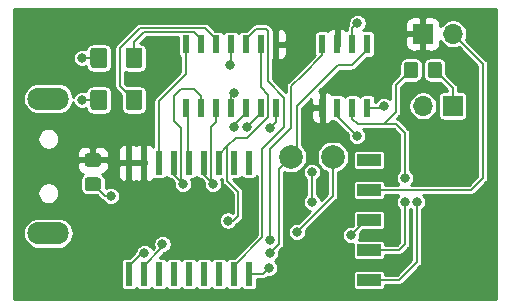
<source format=gtl>
G04 #@! TF.GenerationSoftware,KiCad,Pcbnew,5.1.10*
G04 #@! TF.CreationDate,2021-12-09T23:26:38-05:00*
G04 #@! TF.ProjectId,usbdbg,75736264-6267-42e6-9b69-6361645f7063,rev?*
G04 #@! TF.SameCoordinates,Original*
G04 #@! TF.FileFunction,Copper,L1,Top*
G04 #@! TF.FilePolarity,Positive*
%FSLAX46Y46*%
G04 Gerber Fmt 4.6, Leading zero omitted, Abs format (unit mm)*
G04 Created by KiCad (PCBNEW 5.1.10) date 2021-12-09 23:26:38*
%MOMM*%
%LPD*%
G01*
G04 APERTURE LIST*
G04 #@! TA.AperFunction,ComponentPad*
%ADD10O,1.700000X1.700000*%
G04 #@! TD*
G04 #@! TA.AperFunction,ComponentPad*
%ADD11R,1.700000X1.700000*%
G04 #@! TD*
G04 #@! TA.AperFunction,ComponentPad*
%ADD12O,3.500000X1.900000*%
G04 #@! TD*
G04 #@! TA.AperFunction,SMDPad,CuDef*
%ADD13R,0.600000X1.500000*%
G04 #@! TD*
G04 #@! TA.AperFunction,SMDPad,CuDef*
%ADD14R,0.600000X2.000000*%
G04 #@! TD*
G04 #@! TA.AperFunction,SMDPad,CuDef*
%ADD15R,0.600000X1.550000*%
G04 #@! TD*
G04 #@! TA.AperFunction,ComponentPad*
%ADD16C,2.000000*%
G04 #@! TD*
G04 #@! TA.AperFunction,SMDPad,CuDef*
%ADD17R,2.000000X1.000000*%
G04 #@! TD*
G04 #@! TA.AperFunction,ViaPad*
%ADD18C,0.800000*%
G04 #@! TD*
G04 #@! TA.AperFunction,Conductor*
%ADD19C,0.152400*%
G04 #@! TD*
G04 #@! TA.AperFunction,Conductor*
%ADD20C,0.254000*%
G04 #@! TD*
G04 #@! TA.AperFunction,Conductor*
%ADD21C,0.100000*%
G04 #@! TD*
G04 APERTURE END LIST*
G04 #@! TA.AperFunction,SMDPad,CuDef*
G36*
G01*
X164192000Y-56445999D02*
X164192000Y-57346001D01*
G75*
G02*
X163942001Y-57596000I-249999J0D01*
G01*
X163241999Y-57596000D01*
G75*
G02*
X162992000Y-57346001I0J249999D01*
G01*
X162992000Y-56445999D01*
G75*
G02*
X163241999Y-56196000I249999J0D01*
G01*
X163942001Y-56196000D01*
G75*
G02*
X164192000Y-56445999I0J-249999D01*
G01*
G37*
G04 #@! TD.AperFunction*
G04 #@! TA.AperFunction,SMDPad,CuDef*
G36*
G01*
X166192000Y-56445999D02*
X166192000Y-57346001D01*
G75*
G02*
X165942001Y-57596000I-249999J0D01*
G01*
X165241999Y-57596000D01*
G75*
G02*
X164992000Y-57346001I0J249999D01*
G01*
X164992000Y-56445999D01*
G75*
G02*
X165241999Y-56196000I249999J0D01*
G01*
X165942001Y-56196000D01*
G75*
G02*
X166192000Y-56445999I0J-249999D01*
G01*
G37*
G04 #@! TD.AperFunction*
D10*
X164592000Y-59944000D03*
D11*
X167132000Y-59944000D03*
X164592000Y-53848000D03*
D10*
X167132000Y-53848000D03*
G04 #@! TA.AperFunction,SMDPad,CuDef*
G36*
G01*
X136201999Y-65991000D02*
X137102001Y-65991000D01*
G75*
G02*
X137352000Y-66240999I0J-249999D01*
G01*
X137352000Y-66891001D01*
G75*
G02*
X137102001Y-67141000I-249999J0D01*
G01*
X136201999Y-67141000D01*
G75*
G02*
X135952000Y-66891001I0J249999D01*
G01*
X135952000Y-66240999D01*
G75*
G02*
X136201999Y-65991000I249999J0D01*
G01*
G37*
G04 #@! TD.AperFunction*
G04 #@! TA.AperFunction,SMDPad,CuDef*
G36*
G01*
X136201999Y-63941000D02*
X137102001Y-63941000D01*
G75*
G02*
X137352000Y-64190999I0J-249999D01*
G01*
X137352000Y-64841001D01*
G75*
G02*
X137102001Y-65091000I-249999J0D01*
G01*
X136201999Y-65091000D01*
G75*
G02*
X135952000Y-64841001I0J249999D01*
G01*
X135952000Y-64190999D01*
G75*
G02*
X136201999Y-63941000I249999J0D01*
G01*
G37*
G04 #@! TD.AperFunction*
D12*
X132884000Y-59324000D03*
X132884000Y-70724000D03*
D13*
X152146000Y-60104000D03*
X150876000Y-60104000D03*
X149606000Y-60104000D03*
X148336000Y-60104000D03*
X147066000Y-60104000D03*
X145796000Y-60104000D03*
X144526000Y-60104000D03*
X144526000Y-54704000D03*
X145796000Y-54704000D03*
X147066000Y-54704000D03*
X148336000Y-54704000D03*
X149606000Y-54704000D03*
X150876000Y-54704000D03*
X152146000Y-54704000D03*
D14*
X139700000Y-64768000D03*
X140970000Y-64768000D03*
X142240000Y-64768000D03*
X143510000Y-64768000D03*
X144780000Y-64768000D03*
X146050000Y-64768000D03*
X147320000Y-64768000D03*
X148590000Y-64768000D03*
X149860000Y-64768000D03*
X149860000Y-74168000D03*
X148590000Y-74168000D03*
X147320000Y-74168000D03*
X146050000Y-74168000D03*
X144780000Y-74168000D03*
X143510000Y-74168000D03*
X142240000Y-74168000D03*
X140970000Y-74168000D03*
X139700000Y-74168000D03*
D15*
X159893000Y-60104000D03*
X158623000Y-60104000D03*
X157353000Y-60104000D03*
X156083000Y-60104000D03*
X156083000Y-54704000D03*
X157353000Y-54704000D03*
X158623000Y-54704000D03*
X159893000Y-54704000D03*
G04 #@! TA.AperFunction,SMDPad,CuDef*
G36*
G01*
X137872500Y-58811000D02*
X137872500Y-60061000D01*
G75*
G02*
X137622500Y-60311000I-250000J0D01*
G01*
X136697500Y-60311000D01*
G75*
G02*
X136447500Y-60061000I0J250000D01*
G01*
X136447500Y-58811000D01*
G75*
G02*
X136697500Y-58561000I250000J0D01*
G01*
X137622500Y-58561000D01*
G75*
G02*
X137872500Y-58811000I0J-250000D01*
G01*
G37*
G04 #@! TD.AperFunction*
G04 #@! TA.AperFunction,SMDPad,CuDef*
G36*
G01*
X140847500Y-58811000D02*
X140847500Y-60061000D01*
G75*
G02*
X140597500Y-60311000I-250000J0D01*
G01*
X139672500Y-60311000D01*
G75*
G02*
X139422500Y-60061000I0J250000D01*
G01*
X139422500Y-58811000D01*
G75*
G02*
X139672500Y-58561000I250000J0D01*
G01*
X140597500Y-58561000D01*
G75*
G02*
X140847500Y-58811000I0J-250000D01*
G01*
G37*
G04 #@! TD.AperFunction*
G04 #@! TA.AperFunction,SMDPad,CuDef*
G36*
G01*
X140847500Y-55255000D02*
X140847500Y-56505000D01*
G75*
G02*
X140597500Y-56755000I-250000J0D01*
G01*
X139672500Y-56755000D01*
G75*
G02*
X139422500Y-56505000I0J250000D01*
G01*
X139422500Y-55255000D01*
G75*
G02*
X139672500Y-55005000I250000J0D01*
G01*
X140597500Y-55005000D01*
G75*
G02*
X140847500Y-55255000I0J-250000D01*
G01*
G37*
G04 #@! TD.AperFunction*
G04 #@! TA.AperFunction,SMDPad,CuDef*
G36*
G01*
X137872500Y-55255000D02*
X137872500Y-56505000D01*
G75*
G02*
X137622500Y-56755000I-250000J0D01*
G01*
X136697500Y-56755000D01*
G75*
G02*
X136447500Y-56505000I0J250000D01*
G01*
X136447500Y-55255000D01*
G75*
G02*
X136697500Y-55005000I250000J0D01*
G01*
X137622500Y-55005000D01*
G75*
G02*
X137872500Y-55255000I0J-250000D01*
G01*
G37*
G04 #@! TD.AperFunction*
D16*
X156972000Y-64262000D03*
X153416000Y-64262000D03*
D17*
X160020000Y-64516000D03*
X160020000Y-67056000D03*
X160020000Y-69596000D03*
X160020000Y-72136000D03*
X160020000Y-74676000D03*
D18*
X141020800Y-72390000D03*
X151638000Y-72390000D03*
X151638000Y-71272400D03*
X142544800Y-71628000D03*
X153924000Y-70612000D03*
X138176000Y-67564000D03*
X159054800Y-52933600D03*
X151536400Y-73660000D03*
X151638000Y-61823600D03*
X161290000Y-59944000D03*
X158496000Y-70866000D03*
X148082000Y-69646800D03*
X161137600Y-55422800D03*
X153568400Y-54813200D03*
X143459200Y-55880000D03*
X141901500Y-55880000D03*
X140258800Y-61163200D03*
X137972800Y-62331600D03*
X158496000Y-73406000D03*
X149860000Y-69596000D03*
X135763000Y-59436000D03*
X135763000Y-55880000D03*
X148285204Y-56438800D03*
X155194000Y-65532000D03*
X155194000Y-68072000D03*
X146812000Y-66548000D03*
X144272000Y-66548000D03*
X148640800Y-58826400D03*
X148616063Y-61735149D03*
X149707600Y-61722000D03*
X164084000Y-68072000D03*
X159004000Y-62484000D03*
X163068000Y-66040000D03*
X163068000Y-68072000D03*
D19*
X140778000Y-72390000D02*
X141020800Y-72390000D01*
X139700000Y-73468000D02*
X140778000Y-72390000D01*
X139700000Y-74168000D02*
X139700000Y-73468000D01*
X152266601Y-71761399D02*
X151638000Y-72390000D01*
X153416000Y-64262000D02*
X152400000Y-65278000D01*
X152400000Y-71628000D02*
X152266601Y-71761399D01*
X152400000Y-65278000D02*
X152400000Y-71628000D01*
X153924000Y-63754000D02*
X153416000Y-64262000D01*
X154416068Y-59451932D02*
X153924000Y-59944000D01*
X154432000Y-59451932D02*
X154416068Y-59451932D01*
X157394332Y-56489600D02*
X154432000Y-59451932D01*
X158582400Y-56489600D02*
X157394332Y-56489600D01*
X159893000Y-55179000D02*
X158582400Y-56489600D01*
X153924000Y-59944000D02*
X153924000Y-63754000D01*
X159893000Y-54704000D02*
X159893000Y-55179000D01*
X156083000Y-55631400D02*
X156083000Y-54704000D01*
X153466800Y-61772800D02*
X153466800Y-58247600D01*
X151638000Y-63601600D02*
X153466800Y-61772800D01*
X151638000Y-71272400D02*
X151638000Y-63601600D01*
X140970000Y-74168000D02*
X140970000Y-73468000D01*
X142544800Y-71893200D02*
X142544800Y-71628000D01*
X140970000Y-73468000D02*
X142544800Y-71893200D01*
X153466800Y-58247600D02*
X154412000Y-57302400D01*
X154412000Y-57302400D02*
X156083000Y-55631400D01*
X156972000Y-67564000D02*
X156972000Y-64262000D01*
X153924000Y-70612000D02*
X156972000Y-67564000D01*
X137650000Y-67564000D02*
X138176000Y-67564000D01*
X136652000Y-66566000D02*
X137650000Y-67564000D01*
X158623000Y-53365400D02*
X159054800Y-52933600D01*
X158623000Y-54704000D02*
X158623000Y-53365400D01*
X151028400Y-74168000D02*
X151536400Y-73660000D01*
X149860000Y-74168000D02*
X151028400Y-74168000D01*
X152146000Y-60104000D02*
X152146000Y-61315600D01*
X152146000Y-61315600D02*
X151638000Y-61823600D01*
X161130000Y-60104000D02*
X161290000Y-59944000D01*
X159893000Y-60104000D02*
X161130000Y-60104000D01*
X159766000Y-69596000D02*
X158496000Y-70866000D01*
X160020000Y-69596000D02*
X159766000Y-69596000D01*
X147320000Y-64768000D02*
X147320000Y-64068000D01*
X147320000Y-64068000D02*
X148031200Y-63356800D01*
X148539200Y-69646800D02*
X148082000Y-69646800D01*
X148945600Y-69240400D02*
X148539200Y-69646800D01*
X148945600Y-67208400D02*
X148945600Y-69240400D01*
X148031200Y-66294000D02*
X148945600Y-67208400D01*
X148031200Y-63356800D02*
X148031200Y-66294000D01*
X151485600Y-60895300D02*
X151485600Y-58978800D01*
X148031200Y-63356800D02*
X148751600Y-62636400D01*
X150876000Y-55606400D02*
X150876000Y-54704000D01*
X148751600Y-62636400D02*
X149744500Y-62636400D01*
X149744500Y-62636400D02*
X151485600Y-60895300D01*
X151485600Y-58978800D02*
X150876000Y-58369200D01*
X150876000Y-58369200D02*
X150876000Y-55606400D01*
X137160000Y-59436000D02*
X135763000Y-59436000D01*
X135763000Y-55880000D02*
X137160000Y-55880000D01*
X148336000Y-54704000D02*
X148336000Y-56388004D01*
X148336000Y-56388004D02*
X148285204Y-56438800D01*
X155194000Y-65532000D02*
X155194000Y-68072000D01*
X160020000Y-67056000D02*
X168656000Y-67056000D01*
X168656000Y-67056000D02*
X169672000Y-66040000D01*
X169672000Y-56388000D02*
X167132000Y-53848000D01*
X169672000Y-66040000D02*
X169672000Y-56388000D01*
X146050000Y-65786000D02*
X146050000Y-64768000D01*
X146812000Y-66548000D02*
X146050000Y-65786000D01*
X146685000Y-66421000D02*
X146812000Y-66548000D01*
X147066000Y-61341000D02*
X146685000Y-61722000D01*
X146685000Y-61722000D02*
X146685000Y-66421000D01*
X147066000Y-60104000D02*
X147066000Y-61341000D01*
X144678400Y-64666400D02*
X144780000Y-64768000D01*
X144678400Y-60256400D02*
X144678400Y-64666400D01*
X144526000Y-60104000D02*
X144678400Y-60256400D01*
X143510000Y-65786000D02*
X143510000Y-64768000D01*
X144272000Y-66548000D02*
X143510000Y-65786000D01*
X143510000Y-61214000D02*
X144145000Y-61849000D01*
X143510000Y-59131200D02*
X143510000Y-61214000D01*
X144119600Y-58521600D02*
X143510000Y-59131200D01*
X144145000Y-66421000D02*
X144272000Y-66548000D01*
X145237200Y-58521600D02*
X144119600Y-58521600D01*
X145796000Y-59080400D02*
X145237200Y-58521600D01*
X144145000Y-61849000D02*
X144145000Y-66421000D01*
X145796000Y-60104000D02*
X145796000Y-59080400D01*
X144526000Y-54704000D02*
X144526000Y-57251600D01*
X144526000Y-57251600D02*
X142240000Y-59537600D01*
X142240000Y-59537600D02*
X142240000Y-64768000D01*
X149606000Y-54704000D02*
X149606000Y-54254000D01*
X150977600Y-71080400D02*
X148590000Y-73468000D01*
X150469200Y-53390800D02*
X151282400Y-53390800D01*
X149606000Y-54254000D02*
X150469200Y-53390800D01*
X151485600Y-57861200D02*
X152857200Y-59232800D01*
X151282400Y-53390800D02*
X151485600Y-53594000D01*
X150977600Y-63564700D02*
X150977600Y-71080400D01*
X151485600Y-53594000D02*
X151485600Y-57861200D01*
X148590000Y-73468000D02*
X148590000Y-74168000D01*
X152857200Y-59232800D02*
X152857200Y-61685100D01*
X152857200Y-61685100D02*
X150977600Y-63564700D01*
X148336000Y-59131200D02*
X148640800Y-58826400D01*
X148336000Y-60104000D02*
X148336000Y-59131200D01*
X138938000Y-55067200D02*
X138938000Y-58239000D01*
X140665200Y-53340000D02*
X138938000Y-55067200D01*
X146152000Y-53340000D02*
X140665200Y-53340000D01*
X138938000Y-58239000D02*
X140135000Y-59436000D01*
X147066000Y-54254000D02*
X146152000Y-53340000D01*
X147066000Y-54704000D02*
X147066000Y-54254000D01*
X149606000Y-60554000D02*
X148616063Y-61543937D01*
X149606000Y-60104000D02*
X149606000Y-60554000D01*
X148616063Y-61543937D02*
X148616063Y-61735149D01*
X140106400Y-55851400D02*
X140135000Y-55880000D01*
X140106400Y-54559200D02*
X140106400Y-55851400D01*
X141020789Y-53644811D02*
X140106400Y-54559200D01*
X145186811Y-53644811D02*
X141020789Y-53644811D01*
X145796000Y-54254000D02*
X145186811Y-53644811D01*
X145796000Y-54704000D02*
X145796000Y-54254000D01*
X150876000Y-60104000D02*
X150876000Y-60554000D01*
X150876000Y-60554000D02*
X149708000Y-61722000D01*
X149708000Y-61722000D02*
X149707600Y-61722000D01*
X160020000Y-74676000D02*
X162560000Y-74676000D01*
X162560000Y-74676000D02*
X164084000Y-73152000D01*
X164084000Y-73152000D02*
X164084000Y-68072000D01*
X157353000Y-60104000D02*
X157353000Y-60833000D01*
X157353000Y-60833000D02*
X159004000Y-62484000D01*
X163592000Y-56896000D02*
X163576000Y-56896000D01*
X158623000Y-61031400D02*
X159059600Y-61468000D01*
X158623000Y-60104000D02*
X158623000Y-61031400D01*
X163068000Y-62230000D02*
X163068000Y-66040000D01*
X162306000Y-61468000D02*
X163068000Y-62230000D01*
X163068000Y-68072000D02*
X163068000Y-71628000D01*
X162560000Y-72136000D02*
X160020000Y-72136000D01*
X163068000Y-71628000D02*
X162560000Y-72136000D01*
X163576000Y-56896000D02*
X162306000Y-58166000D01*
X162306000Y-60452000D02*
X161290000Y-61468000D01*
X162306000Y-58166000D02*
X162306000Y-60452000D01*
X161290000Y-61468000D02*
X162306000Y-61468000D01*
X159059600Y-61468000D02*
X161290000Y-61468000D01*
X167132000Y-58436000D02*
X165592000Y-56896000D01*
X167132000Y-59944000D02*
X167132000Y-58436000D01*
D20*
X170790801Y-76302800D02*
X129945200Y-76302800D01*
X129945200Y-70724000D01*
X130746560Y-70724000D01*
X130772259Y-70984922D01*
X130848367Y-71235816D01*
X130971959Y-71467042D01*
X131138287Y-71669713D01*
X131340958Y-71836041D01*
X131572184Y-71959633D01*
X131823078Y-72035741D01*
X132018615Y-72055000D01*
X133749385Y-72055000D01*
X133944922Y-72035741D01*
X134195816Y-71959633D01*
X134427042Y-71836041D01*
X134629713Y-71669713D01*
X134796041Y-71467042D01*
X134919633Y-71235816D01*
X134995741Y-70984922D01*
X135021440Y-70724000D01*
X134995741Y-70463078D01*
X134919633Y-70212184D01*
X134796041Y-69980958D01*
X134629713Y-69778287D01*
X134427042Y-69611959D01*
X134195816Y-69488367D01*
X133944922Y-69412259D01*
X133749385Y-69393000D01*
X132018615Y-69393000D01*
X131823078Y-69412259D01*
X131572184Y-69488367D01*
X131340958Y-69611959D01*
X131138287Y-69778287D01*
X130971959Y-69980958D01*
X130848367Y-70212184D01*
X130772259Y-70463078D01*
X130746560Y-70724000D01*
X129945200Y-70724000D01*
X129945200Y-67232304D01*
X131953000Y-67232304D01*
X131953000Y-67415696D01*
X131988778Y-67595563D01*
X132058958Y-67764994D01*
X132160845Y-67917478D01*
X132290522Y-68047155D01*
X132443006Y-68149042D01*
X132612437Y-68219222D01*
X132792304Y-68255000D01*
X132975696Y-68255000D01*
X133155563Y-68219222D01*
X133324994Y-68149042D01*
X133477478Y-68047155D01*
X133607155Y-67917478D01*
X133709042Y-67764994D01*
X133779222Y-67595563D01*
X133815000Y-67415696D01*
X133815000Y-67232304D01*
X133779222Y-67052437D01*
X133709042Y-66883006D01*
X133607155Y-66730522D01*
X133477478Y-66600845D01*
X133324994Y-66498958D01*
X133155563Y-66428778D01*
X132975696Y-66393000D01*
X132792304Y-66393000D01*
X132612437Y-66428778D01*
X132443006Y-66498958D01*
X132290522Y-66600845D01*
X132160845Y-66730522D01*
X132058958Y-66883006D01*
X131988778Y-67052437D01*
X131953000Y-67232304D01*
X129945200Y-67232304D01*
X129945200Y-65091000D01*
X135313928Y-65091000D01*
X135326188Y-65215482D01*
X135362498Y-65335180D01*
X135421463Y-65445494D01*
X135500815Y-65542185D01*
X135597506Y-65621537D01*
X135707820Y-65680502D01*
X135827518Y-65716812D01*
X135845780Y-65718611D01*
X135754512Y-65793512D01*
X135675810Y-65889411D01*
X135617329Y-65998821D01*
X135581317Y-66117538D01*
X135569157Y-66240999D01*
X135569157Y-66891001D01*
X135581317Y-67014462D01*
X135617329Y-67133179D01*
X135675810Y-67242589D01*
X135754512Y-67338488D01*
X135850411Y-67417190D01*
X135959821Y-67475671D01*
X136078538Y-67511683D01*
X136201999Y-67523843D01*
X136963265Y-67523843D01*
X137310830Y-67871408D01*
X137325147Y-67888853D01*
X137394764Y-67945987D01*
X137474191Y-67988441D01*
X137532025Y-68005985D01*
X137569358Y-68061859D01*
X137678141Y-68170642D01*
X137806058Y-68256113D01*
X137948191Y-68314987D01*
X138099078Y-68345000D01*
X138252922Y-68345000D01*
X138403809Y-68314987D01*
X138545942Y-68256113D01*
X138673859Y-68170642D01*
X138782642Y-68061859D01*
X138868113Y-67933942D01*
X138926987Y-67791809D01*
X138957000Y-67640922D01*
X138957000Y-67487078D01*
X138926987Y-67336191D01*
X138868113Y-67194058D01*
X138782642Y-67066141D01*
X138673859Y-66957358D01*
X138545942Y-66871887D01*
X138403809Y-66813013D01*
X138252922Y-66783000D01*
X138099078Y-66783000D01*
X137948191Y-66813013D01*
X137806058Y-66871887D01*
X137731841Y-66921477D01*
X137734843Y-66891001D01*
X137734843Y-66240999D01*
X137722683Y-66117538D01*
X137686671Y-65998821D01*
X137628190Y-65889411D01*
X137549488Y-65793512D01*
X137518402Y-65768000D01*
X138761928Y-65768000D01*
X138774188Y-65892482D01*
X138810498Y-66012180D01*
X138869463Y-66122494D01*
X138948815Y-66219185D01*
X139045506Y-66298537D01*
X139155820Y-66357502D01*
X139275518Y-66393812D01*
X139400000Y-66406072D01*
X139414250Y-66403000D01*
X139573000Y-66244250D01*
X139573000Y-64895000D01*
X139827000Y-64895000D01*
X139827000Y-66244250D01*
X139985750Y-66403000D01*
X140000000Y-66406072D01*
X140124482Y-66393812D01*
X140244180Y-66357502D01*
X140335000Y-66308957D01*
X140425820Y-66357502D01*
X140545518Y-66393812D01*
X140670000Y-66406072D01*
X140684250Y-66403000D01*
X140843000Y-66244250D01*
X140843000Y-64895000D01*
X139827000Y-64895000D01*
X139573000Y-64895000D01*
X138923750Y-64895000D01*
X138765000Y-65053750D01*
X138761928Y-65768000D01*
X137518402Y-65768000D01*
X137458220Y-65718611D01*
X137476482Y-65716812D01*
X137596180Y-65680502D01*
X137706494Y-65621537D01*
X137803185Y-65542185D01*
X137882537Y-65445494D01*
X137941502Y-65335180D01*
X137977812Y-65215482D01*
X137990072Y-65091000D01*
X137987000Y-64801750D01*
X137828250Y-64643000D01*
X136779000Y-64643000D01*
X136779000Y-64663000D01*
X136525000Y-64663000D01*
X136525000Y-64643000D01*
X135475750Y-64643000D01*
X135317000Y-64801750D01*
X135313928Y-65091000D01*
X129945200Y-65091000D01*
X129945200Y-63941000D01*
X135313928Y-63941000D01*
X135317000Y-64230250D01*
X135475750Y-64389000D01*
X136525000Y-64389000D01*
X136525000Y-63464750D01*
X136779000Y-63464750D01*
X136779000Y-64389000D01*
X137828250Y-64389000D01*
X137987000Y-64230250D01*
X137990072Y-63941000D01*
X137977812Y-63816518D01*
X137963095Y-63768000D01*
X138761928Y-63768000D01*
X138765000Y-64482250D01*
X138923750Y-64641000D01*
X139573000Y-64641000D01*
X139573000Y-63291750D01*
X139827000Y-63291750D01*
X139827000Y-64641000D01*
X140843000Y-64641000D01*
X140843000Y-63291750D01*
X140684250Y-63133000D01*
X140670000Y-63129928D01*
X140545518Y-63142188D01*
X140425820Y-63178498D01*
X140335000Y-63227043D01*
X140244180Y-63178498D01*
X140124482Y-63142188D01*
X140000000Y-63129928D01*
X139985750Y-63133000D01*
X139827000Y-63291750D01*
X139573000Y-63291750D01*
X139414250Y-63133000D01*
X139400000Y-63129928D01*
X139275518Y-63142188D01*
X139155820Y-63178498D01*
X139045506Y-63237463D01*
X138948815Y-63316815D01*
X138869463Y-63413506D01*
X138810498Y-63523820D01*
X138774188Y-63643518D01*
X138761928Y-63768000D01*
X137963095Y-63768000D01*
X137941502Y-63696820D01*
X137882537Y-63586506D01*
X137803185Y-63489815D01*
X137706494Y-63410463D01*
X137596180Y-63351498D01*
X137476482Y-63315188D01*
X137352000Y-63302928D01*
X136937750Y-63306000D01*
X136779000Y-63464750D01*
X136525000Y-63464750D01*
X136366250Y-63306000D01*
X135952000Y-63302928D01*
X135827518Y-63315188D01*
X135707820Y-63351498D01*
X135597506Y-63410463D01*
X135500815Y-63489815D01*
X135421463Y-63586506D01*
X135362498Y-63696820D01*
X135326188Y-63816518D01*
X135313928Y-63941000D01*
X129945200Y-63941000D01*
X129945200Y-62632304D01*
X131953000Y-62632304D01*
X131953000Y-62815696D01*
X131988778Y-62995563D01*
X132058958Y-63164994D01*
X132160845Y-63317478D01*
X132290522Y-63447155D01*
X132443006Y-63549042D01*
X132612437Y-63619222D01*
X132792304Y-63655000D01*
X132975696Y-63655000D01*
X133155563Y-63619222D01*
X133324994Y-63549042D01*
X133477478Y-63447155D01*
X133607155Y-63317478D01*
X133709042Y-63164994D01*
X133779222Y-62995563D01*
X133815000Y-62815696D01*
X133815000Y-62632304D01*
X133779222Y-62452437D01*
X133709042Y-62283006D01*
X133607155Y-62130522D01*
X133477478Y-62000845D01*
X133324994Y-61898958D01*
X133155563Y-61828778D01*
X132975696Y-61793000D01*
X132792304Y-61793000D01*
X132612437Y-61828778D01*
X132443006Y-61898958D01*
X132290522Y-62000845D01*
X132160845Y-62130522D01*
X132058958Y-62283006D01*
X131988778Y-62452437D01*
X131953000Y-62632304D01*
X129945200Y-62632304D01*
X129945200Y-59324000D01*
X130746560Y-59324000D01*
X130772259Y-59584922D01*
X130848367Y-59835816D01*
X130971959Y-60067042D01*
X131138287Y-60269713D01*
X131340958Y-60436041D01*
X131572184Y-60559633D01*
X131823078Y-60635741D01*
X132018615Y-60655000D01*
X133749385Y-60655000D01*
X133944922Y-60635741D01*
X134195816Y-60559633D01*
X134427042Y-60436041D01*
X134629713Y-60269713D01*
X134796041Y-60067042D01*
X134919633Y-59835816D01*
X134995741Y-59584922D01*
X134995933Y-59582970D01*
X135012013Y-59663809D01*
X135070887Y-59805942D01*
X135156358Y-59933859D01*
X135265141Y-60042642D01*
X135393058Y-60128113D01*
X135535191Y-60186987D01*
X135686078Y-60217000D01*
X135839922Y-60217000D01*
X135990809Y-60186987D01*
X136073685Y-60152658D01*
X136076817Y-60184462D01*
X136112829Y-60303179D01*
X136171310Y-60412589D01*
X136250012Y-60508488D01*
X136345911Y-60587190D01*
X136455321Y-60645671D01*
X136574038Y-60681683D01*
X136697500Y-60693843D01*
X137622500Y-60693843D01*
X137745962Y-60681683D01*
X137864679Y-60645671D01*
X137974089Y-60587190D01*
X138069988Y-60508488D01*
X138148690Y-60412589D01*
X138207171Y-60303179D01*
X138243183Y-60184462D01*
X138255343Y-60061000D01*
X138255343Y-58811000D01*
X138243183Y-58687538D01*
X138207171Y-58568821D01*
X138148690Y-58459411D01*
X138069988Y-58363512D01*
X137974089Y-58284810D01*
X137864679Y-58226329D01*
X137745962Y-58190317D01*
X137622500Y-58178157D01*
X136697500Y-58178157D01*
X136574038Y-58190317D01*
X136455321Y-58226329D01*
X136345911Y-58284810D01*
X136250012Y-58363512D01*
X136171310Y-58459411D01*
X136112829Y-58568821D01*
X136076817Y-58687538D01*
X136073685Y-58719342D01*
X135990809Y-58685013D01*
X135839922Y-58655000D01*
X135686078Y-58655000D01*
X135535191Y-58685013D01*
X135393058Y-58743887D01*
X135265141Y-58829358D01*
X135156358Y-58938141D01*
X135070887Y-59066058D01*
X135012013Y-59208191D01*
X135010689Y-59214847D01*
X134995741Y-59063078D01*
X134919633Y-58812184D01*
X134796041Y-58580958D01*
X134629713Y-58378287D01*
X134427042Y-58211959D01*
X134195816Y-58088367D01*
X133944922Y-58012259D01*
X133749385Y-57993000D01*
X132018615Y-57993000D01*
X131823078Y-58012259D01*
X131572184Y-58088367D01*
X131340958Y-58211959D01*
X131138287Y-58378287D01*
X130971959Y-58580958D01*
X130848367Y-58812184D01*
X130772259Y-59063078D01*
X130746560Y-59324000D01*
X129945200Y-59324000D01*
X129945200Y-55803078D01*
X134982000Y-55803078D01*
X134982000Y-55956922D01*
X135012013Y-56107809D01*
X135070887Y-56249942D01*
X135156358Y-56377859D01*
X135265141Y-56486642D01*
X135393058Y-56572113D01*
X135535191Y-56630987D01*
X135686078Y-56661000D01*
X135839922Y-56661000D01*
X135990809Y-56630987D01*
X136073685Y-56596658D01*
X136076817Y-56628462D01*
X136112829Y-56747179D01*
X136171310Y-56856589D01*
X136250012Y-56952488D01*
X136345911Y-57031190D01*
X136455321Y-57089671D01*
X136574038Y-57125683D01*
X136697500Y-57137843D01*
X137622500Y-57137843D01*
X137745962Y-57125683D01*
X137864679Y-57089671D01*
X137974089Y-57031190D01*
X138069988Y-56952488D01*
X138148690Y-56856589D01*
X138207171Y-56747179D01*
X138243183Y-56628462D01*
X138255343Y-56505000D01*
X138255343Y-55255000D01*
X138243183Y-55131538D01*
X138223667Y-55067200D01*
X138478589Y-55067200D01*
X138480800Y-55089650D01*
X138480801Y-58216540D01*
X138478589Y-58239000D01*
X138480801Y-58261460D01*
X138487416Y-58328627D01*
X138499724Y-58369200D01*
X138513560Y-58414809D01*
X138554206Y-58490853D01*
X138556014Y-58494236D01*
X138613148Y-58563853D01*
X138630592Y-58578169D01*
X139039657Y-58987235D01*
X139039657Y-60061000D01*
X139051817Y-60184462D01*
X139087829Y-60303179D01*
X139146310Y-60412589D01*
X139225012Y-60508488D01*
X139320911Y-60587190D01*
X139430321Y-60645671D01*
X139549038Y-60681683D01*
X139672500Y-60693843D01*
X140597500Y-60693843D01*
X140720962Y-60681683D01*
X140839679Y-60645671D01*
X140949089Y-60587190D01*
X141044988Y-60508488D01*
X141123690Y-60412589D01*
X141182171Y-60303179D01*
X141218183Y-60184462D01*
X141230343Y-60061000D01*
X141230343Y-58811000D01*
X141218183Y-58687538D01*
X141182171Y-58568821D01*
X141123690Y-58459411D01*
X141044988Y-58363512D01*
X140949089Y-58284810D01*
X140839679Y-58226329D01*
X140720962Y-58190317D01*
X140597500Y-58178157D01*
X139672500Y-58178157D01*
X139549038Y-58190317D01*
X139538954Y-58193376D01*
X139395200Y-58049623D01*
X139395200Y-57070898D01*
X139430321Y-57089671D01*
X139549038Y-57125683D01*
X139672500Y-57137843D01*
X140597500Y-57137843D01*
X140720962Y-57125683D01*
X140839679Y-57089671D01*
X140949089Y-57031190D01*
X141044988Y-56952488D01*
X141123690Y-56856589D01*
X141182171Y-56747179D01*
X141218183Y-56628462D01*
X141230343Y-56505000D01*
X141230343Y-55255000D01*
X141218183Y-55131538D01*
X141182171Y-55012821D01*
X141123690Y-54903411D01*
X141044988Y-54807512D01*
X140949089Y-54728810D01*
X140839679Y-54670329D01*
X140720962Y-54634317D01*
X140681725Y-54630452D01*
X141210167Y-54102011D01*
X143843157Y-54102011D01*
X143843157Y-55454000D01*
X143850513Y-55528689D01*
X143872299Y-55600508D01*
X143907678Y-55666696D01*
X143955289Y-55724711D01*
X144013304Y-55772322D01*
X144068800Y-55801986D01*
X144068801Y-57062221D01*
X141932597Y-59198426D01*
X141915147Y-59212747D01*
X141858013Y-59282365D01*
X141815559Y-59361792D01*
X141789415Y-59447974D01*
X141782800Y-59515141D01*
X141782800Y-59515150D01*
X141780589Y-59537600D01*
X141782800Y-59560050D01*
X141782801Y-63391894D01*
X141721185Y-63316815D01*
X141624494Y-63237463D01*
X141514180Y-63178498D01*
X141394482Y-63142188D01*
X141270000Y-63129928D01*
X141255750Y-63133000D01*
X141097000Y-63291750D01*
X141097000Y-64641000D01*
X141117000Y-64641000D01*
X141117000Y-64895000D01*
X141097000Y-64895000D01*
X141097000Y-66244250D01*
X141255750Y-66403000D01*
X141270000Y-66406072D01*
X141394482Y-66393812D01*
X141514180Y-66357502D01*
X141624494Y-66298537D01*
X141721185Y-66219185D01*
X141799654Y-66123570D01*
X141865311Y-66143487D01*
X141940000Y-66150843D01*
X142540000Y-66150843D01*
X142614689Y-66143487D01*
X142686508Y-66121701D01*
X142752696Y-66086322D01*
X142810711Y-66038711D01*
X142858322Y-65980696D01*
X142875000Y-65949494D01*
X142891678Y-65980696D01*
X142939289Y-66038711D01*
X142997304Y-66086322D01*
X143063492Y-66121701D01*
X143135311Y-66143487D01*
X143210000Y-66150843D01*
X143228266Y-66150843D01*
X143500540Y-66423118D01*
X143491000Y-66471078D01*
X143491000Y-66624922D01*
X143521013Y-66775809D01*
X143579887Y-66917942D01*
X143665358Y-67045859D01*
X143774141Y-67154642D01*
X143902058Y-67240113D01*
X144044191Y-67298987D01*
X144195078Y-67329000D01*
X144348922Y-67329000D01*
X144499809Y-67298987D01*
X144641942Y-67240113D01*
X144769859Y-67154642D01*
X144878642Y-67045859D01*
X144964113Y-66917942D01*
X145022987Y-66775809D01*
X145053000Y-66624922D01*
X145053000Y-66471078D01*
X145022987Y-66320191D01*
X144964113Y-66178058D01*
X144945929Y-66150843D01*
X145080000Y-66150843D01*
X145154689Y-66143487D01*
X145226508Y-66121701D01*
X145292696Y-66086322D01*
X145350711Y-66038711D01*
X145398322Y-65980696D01*
X145415000Y-65949494D01*
X145431678Y-65980696D01*
X145479289Y-66038711D01*
X145537304Y-66086322D01*
X145603492Y-66121701D01*
X145675311Y-66143487D01*
X145750000Y-66150843D01*
X145768266Y-66150843D01*
X146040540Y-66423118D01*
X146031000Y-66471078D01*
X146031000Y-66624922D01*
X146061013Y-66775809D01*
X146119887Y-66917942D01*
X146205358Y-67045859D01*
X146314141Y-67154642D01*
X146442058Y-67240113D01*
X146584191Y-67298987D01*
X146735078Y-67329000D01*
X146888922Y-67329000D01*
X147039809Y-67298987D01*
X147181942Y-67240113D01*
X147309859Y-67154642D01*
X147418642Y-67045859D01*
X147504113Y-66917942D01*
X147562987Y-66775809D01*
X147593000Y-66624922D01*
X147593000Y-66471078D01*
X147562987Y-66320191D01*
X147504113Y-66178058D01*
X147485929Y-66150843D01*
X147574001Y-66150843D01*
X147574001Y-66271540D01*
X147571789Y-66294000D01*
X147574001Y-66316460D01*
X147580616Y-66383627D01*
X147592253Y-66421987D01*
X147606760Y-66469809D01*
X147649213Y-66549235D01*
X147689891Y-66598800D01*
X147706348Y-66618853D01*
X147723792Y-66633170D01*
X148488400Y-67397778D01*
X148488401Y-68979048D01*
X148451942Y-68954687D01*
X148309809Y-68895813D01*
X148158922Y-68865800D01*
X148005078Y-68865800D01*
X147854191Y-68895813D01*
X147712058Y-68954687D01*
X147584141Y-69040158D01*
X147475358Y-69148941D01*
X147389887Y-69276858D01*
X147331013Y-69418991D01*
X147301000Y-69569878D01*
X147301000Y-69723722D01*
X147331013Y-69874609D01*
X147389887Y-70016742D01*
X147475358Y-70144659D01*
X147584141Y-70253442D01*
X147712058Y-70338913D01*
X147854191Y-70397787D01*
X148005078Y-70427800D01*
X148158922Y-70427800D01*
X148309809Y-70397787D01*
X148451942Y-70338913D01*
X148579859Y-70253442D01*
X148688642Y-70144659D01*
X148750303Y-70052376D01*
X148794436Y-70028787D01*
X148864053Y-69971653D01*
X148878374Y-69954203D01*
X149253008Y-69579570D01*
X149270453Y-69565253D01*
X149284770Y-69547808D01*
X149327587Y-69495637D01*
X149350278Y-69453183D01*
X149370041Y-69416209D01*
X149396185Y-69330027D01*
X149402800Y-69262860D01*
X149402800Y-69262851D01*
X149405011Y-69240401D01*
X149402800Y-69217951D01*
X149402800Y-67230850D01*
X149405011Y-67208400D01*
X149402800Y-67185950D01*
X149402800Y-67185940D01*
X149396185Y-67118773D01*
X149370041Y-67032591D01*
X149327587Y-66953164D01*
X149270453Y-66883547D01*
X149253009Y-66869231D01*
X148534620Y-66150843D01*
X148890000Y-66150843D01*
X148964689Y-66143487D01*
X149036508Y-66121701D01*
X149102696Y-66086322D01*
X149160711Y-66038711D01*
X149208322Y-65980696D01*
X149225000Y-65949494D01*
X149241678Y-65980696D01*
X149289289Y-66038711D01*
X149347304Y-66086322D01*
X149413492Y-66121701D01*
X149485311Y-66143487D01*
X149560000Y-66150843D01*
X150160000Y-66150843D01*
X150234689Y-66143487D01*
X150306508Y-66121701D01*
X150372696Y-66086322D01*
X150430711Y-66038711D01*
X150478322Y-65980696D01*
X150513701Y-65914508D01*
X150520400Y-65892423D01*
X150520401Y-70891021D01*
X148626266Y-72785157D01*
X148290000Y-72785157D01*
X148215311Y-72792513D01*
X148143492Y-72814299D01*
X148077304Y-72849678D01*
X148019289Y-72897289D01*
X147971678Y-72955304D01*
X147955000Y-72986506D01*
X147938322Y-72955304D01*
X147890711Y-72897289D01*
X147832696Y-72849678D01*
X147766508Y-72814299D01*
X147694689Y-72792513D01*
X147620000Y-72785157D01*
X147020000Y-72785157D01*
X146945311Y-72792513D01*
X146873492Y-72814299D01*
X146807304Y-72849678D01*
X146749289Y-72897289D01*
X146701678Y-72955304D01*
X146685000Y-72986506D01*
X146668322Y-72955304D01*
X146620711Y-72897289D01*
X146562696Y-72849678D01*
X146496508Y-72814299D01*
X146424689Y-72792513D01*
X146350000Y-72785157D01*
X145750000Y-72785157D01*
X145675311Y-72792513D01*
X145603492Y-72814299D01*
X145537304Y-72849678D01*
X145479289Y-72897289D01*
X145431678Y-72955304D01*
X145415000Y-72986506D01*
X145398322Y-72955304D01*
X145350711Y-72897289D01*
X145292696Y-72849678D01*
X145226508Y-72814299D01*
X145154689Y-72792513D01*
X145080000Y-72785157D01*
X144480000Y-72785157D01*
X144405311Y-72792513D01*
X144333492Y-72814299D01*
X144267304Y-72849678D01*
X144209289Y-72897289D01*
X144161678Y-72955304D01*
X144145000Y-72986506D01*
X144128322Y-72955304D01*
X144080711Y-72897289D01*
X144022696Y-72849678D01*
X143956508Y-72814299D01*
X143884689Y-72792513D01*
X143810000Y-72785157D01*
X143210000Y-72785157D01*
X143135311Y-72792513D01*
X143063492Y-72814299D01*
X142997304Y-72849678D01*
X142939289Y-72897289D01*
X142891678Y-72955304D01*
X142875000Y-72986506D01*
X142858322Y-72955304D01*
X142810711Y-72897289D01*
X142752696Y-72849678D01*
X142686508Y-72814299D01*
X142614689Y-72792513D01*
X142540000Y-72785157D01*
X142299421Y-72785157D01*
X142688951Y-72395627D01*
X142772609Y-72378987D01*
X142914742Y-72320113D01*
X143042659Y-72234642D01*
X143151442Y-72125859D01*
X143236913Y-71997942D01*
X143295787Y-71855809D01*
X143325800Y-71704922D01*
X143325800Y-71551078D01*
X143295787Y-71400191D01*
X143236913Y-71258058D01*
X143151442Y-71130141D01*
X143042659Y-71021358D01*
X142914742Y-70935887D01*
X142772609Y-70877013D01*
X142621722Y-70847000D01*
X142467878Y-70847000D01*
X142316991Y-70877013D01*
X142174858Y-70935887D01*
X142046941Y-71021358D01*
X141938158Y-71130141D01*
X141852687Y-71258058D01*
X141793813Y-71400191D01*
X141763800Y-71551078D01*
X141763800Y-71704922D01*
X141793813Y-71855809D01*
X141835345Y-71956076D01*
X141730033Y-72061389D01*
X141712913Y-72020058D01*
X141627442Y-71892141D01*
X141518659Y-71783358D01*
X141390742Y-71697887D01*
X141248609Y-71639013D01*
X141097722Y-71609000D01*
X140943878Y-71609000D01*
X140792991Y-71639013D01*
X140650858Y-71697887D01*
X140522941Y-71783358D01*
X140414158Y-71892141D01*
X140328687Y-72020058D01*
X140269813Y-72162191D01*
X140247610Y-72273812D01*
X139736266Y-72785157D01*
X139400000Y-72785157D01*
X139325311Y-72792513D01*
X139253492Y-72814299D01*
X139187304Y-72849678D01*
X139129289Y-72897289D01*
X139081678Y-72955304D01*
X139046299Y-73021492D01*
X139024513Y-73093311D01*
X139017157Y-73168000D01*
X139017157Y-75168000D01*
X139024513Y-75242689D01*
X139046299Y-75314508D01*
X139081678Y-75380696D01*
X139129289Y-75438711D01*
X139187304Y-75486322D01*
X139253492Y-75521701D01*
X139325311Y-75543487D01*
X139400000Y-75550843D01*
X140000000Y-75550843D01*
X140074689Y-75543487D01*
X140146508Y-75521701D01*
X140212696Y-75486322D01*
X140270711Y-75438711D01*
X140318322Y-75380696D01*
X140335000Y-75349494D01*
X140351678Y-75380696D01*
X140399289Y-75438711D01*
X140457304Y-75486322D01*
X140523492Y-75521701D01*
X140595311Y-75543487D01*
X140670000Y-75550843D01*
X141270000Y-75550843D01*
X141344689Y-75543487D01*
X141416508Y-75521701D01*
X141482696Y-75486322D01*
X141540711Y-75438711D01*
X141588322Y-75380696D01*
X141605000Y-75349494D01*
X141621678Y-75380696D01*
X141669289Y-75438711D01*
X141727304Y-75486322D01*
X141793492Y-75521701D01*
X141865311Y-75543487D01*
X141940000Y-75550843D01*
X142540000Y-75550843D01*
X142614689Y-75543487D01*
X142686508Y-75521701D01*
X142752696Y-75486322D01*
X142810711Y-75438711D01*
X142858322Y-75380696D01*
X142875000Y-75349494D01*
X142891678Y-75380696D01*
X142939289Y-75438711D01*
X142997304Y-75486322D01*
X143063492Y-75521701D01*
X143135311Y-75543487D01*
X143210000Y-75550843D01*
X143810000Y-75550843D01*
X143884689Y-75543487D01*
X143956508Y-75521701D01*
X144022696Y-75486322D01*
X144080711Y-75438711D01*
X144128322Y-75380696D01*
X144145000Y-75349494D01*
X144161678Y-75380696D01*
X144209289Y-75438711D01*
X144267304Y-75486322D01*
X144333492Y-75521701D01*
X144405311Y-75543487D01*
X144480000Y-75550843D01*
X145080000Y-75550843D01*
X145154689Y-75543487D01*
X145226508Y-75521701D01*
X145292696Y-75486322D01*
X145350711Y-75438711D01*
X145398322Y-75380696D01*
X145415000Y-75349494D01*
X145431678Y-75380696D01*
X145479289Y-75438711D01*
X145537304Y-75486322D01*
X145603492Y-75521701D01*
X145675311Y-75543487D01*
X145750000Y-75550843D01*
X146350000Y-75550843D01*
X146424689Y-75543487D01*
X146496508Y-75521701D01*
X146562696Y-75486322D01*
X146620711Y-75438711D01*
X146668322Y-75380696D01*
X146685000Y-75349494D01*
X146701678Y-75380696D01*
X146749289Y-75438711D01*
X146807304Y-75486322D01*
X146873492Y-75521701D01*
X146945311Y-75543487D01*
X147020000Y-75550843D01*
X147620000Y-75550843D01*
X147694689Y-75543487D01*
X147766508Y-75521701D01*
X147832696Y-75486322D01*
X147890711Y-75438711D01*
X147938322Y-75380696D01*
X147955000Y-75349494D01*
X147971678Y-75380696D01*
X148019289Y-75438711D01*
X148077304Y-75486322D01*
X148143492Y-75521701D01*
X148215311Y-75543487D01*
X148290000Y-75550843D01*
X148890000Y-75550843D01*
X148964689Y-75543487D01*
X149036508Y-75521701D01*
X149102696Y-75486322D01*
X149160711Y-75438711D01*
X149208322Y-75380696D01*
X149225000Y-75349494D01*
X149241678Y-75380696D01*
X149289289Y-75438711D01*
X149347304Y-75486322D01*
X149413492Y-75521701D01*
X149485311Y-75543487D01*
X149560000Y-75550843D01*
X150160000Y-75550843D01*
X150234689Y-75543487D01*
X150306508Y-75521701D01*
X150372696Y-75486322D01*
X150430711Y-75438711D01*
X150478322Y-75380696D01*
X150513701Y-75314508D01*
X150535487Y-75242689D01*
X150542843Y-75168000D01*
X150542843Y-74625200D01*
X151005950Y-74625200D01*
X151028400Y-74627411D01*
X151050850Y-74625200D01*
X151050860Y-74625200D01*
X151118027Y-74618585D01*
X151204209Y-74592441D01*
X151283636Y-74549987D01*
X151353253Y-74492853D01*
X151367574Y-74475403D01*
X151411517Y-74431460D01*
X151459478Y-74441000D01*
X151613322Y-74441000D01*
X151764209Y-74410987D01*
X151906342Y-74352113D01*
X152034259Y-74266642D01*
X152143042Y-74157859D01*
X152228513Y-74029942D01*
X152287387Y-73887809D01*
X152317400Y-73736922D01*
X152317400Y-73583078D01*
X152287387Y-73432191D01*
X152228513Y-73290058D01*
X152143042Y-73162141D01*
X152040955Y-73060054D01*
X152135859Y-72996642D01*
X152244642Y-72887859D01*
X152330113Y-72759942D01*
X152388987Y-72617809D01*
X152419000Y-72466922D01*
X152419000Y-72313078D01*
X152409460Y-72265118D01*
X152605771Y-72068807D01*
X152605775Y-72068802D01*
X152707407Y-71967171D01*
X152724853Y-71952853D01*
X152781987Y-71883236D01*
X152824441Y-71803809D01*
X152850585Y-71717627D01*
X152857200Y-71650460D01*
X152857200Y-71650450D01*
X152859411Y-71628000D01*
X152857200Y-71605550D01*
X152857200Y-70535078D01*
X153143000Y-70535078D01*
X153143000Y-70688922D01*
X153173013Y-70839809D01*
X153231887Y-70981942D01*
X153317358Y-71109859D01*
X153426141Y-71218642D01*
X153554058Y-71304113D01*
X153696191Y-71362987D01*
X153847078Y-71393000D01*
X154000922Y-71393000D01*
X154151809Y-71362987D01*
X154293942Y-71304113D01*
X154421859Y-71218642D01*
X154530642Y-71109859D01*
X154616113Y-70981942D01*
X154674987Y-70839809D01*
X154705000Y-70688922D01*
X154705000Y-70535078D01*
X154695460Y-70487117D01*
X157279409Y-67903169D01*
X157296853Y-67888853D01*
X157353987Y-67819236D01*
X157396441Y-67739809D01*
X157422585Y-67653627D01*
X157429200Y-67586460D01*
X157429200Y-67586450D01*
X157431411Y-67564000D01*
X157429200Y-67541550D01*
X157429200Y-65567405D01*
X157626149Y-65485826D01*
X157852336Y-65334693D01*
X158044693Y-65142336D01*
X158195826Y-64916149D01*
X158299929Y-64664823D01*
X158353000Y-64398017D01*
X158353000Y-64125983D01*
X158331124Y-64016000D01*
X158637157Y-64016000D01*
X158637157Y-65016000D01*
X158644513Y-65090689D01*
X158666299Y-65162508D01*
X158701678Y-65228696D01*
X158749289Y-65286711D01*
X158807304Y-65334322D01*
X158873492Y-65369701D01*
X158945311Y-65391487D01*
X159020000Y-65398843D01*
X161020000Y-65398843D01*
X161094689Y-65391487D01*
X161166508Y-65369701D01*
X161232696Y-65334322D01*
X161290711Y-65286711D01*
X161338322Y-65228696D01*
X161373701Y-65162508D01*
X161395487Y-65090689D01*
X161402843Y-65016000D01*
X161402843Y-64016000D01*
X161395487Y-63941311D01*
X161373701Y-63869492D01*
X161338322Y-63803304D01*
X161290711Y-63745289D01*
X161232696Y-63697678D01*
X161166508Y-63662299D01*
X161094689Y-63640513D01*
X161020000Y-63633157D01*
X159020000Y-63633157D01*
X158945311Y-63640513D01*
X158873492Y-63662299D01*
X158807304Y-63697678D01*
X158749289Y-63745289D01*
X158701678Y-63803304D01*
X158666299Y-63869492D01*
X158644513Y-63941311D01*
X158637157Y-64016000D01*
X158331124Y-64016000D01*
X158299929Y-63859177D01*
X158195826Y-63607851D01*
X158044693Y-63381664D01*
X157852336Y-63189307D01*
X157626149Y-63038174D01*
X157374823Y-62934071D01*
X157108017Y-62881000D01*
X156835983Y-62881000D01*
X156569177Y-62934071D01*
X156317851Y-63038174D01*
X156091664Y-63189307D01*
X155899307Y-63381664D01*
X155748174Y-63607851D01*
X155644071Y-63859177D01*
X155591000Y-64125983D01*
X155591000Y-64398017D01*
X155644071Y-64664823D01*
X155748174Y-64916149D01*
X155899307Y-65142336D01*
X156091664Y-65334693D01*
X156317851Y-65485826D01*
X156514801Y-65567405D01*
X156514800Y-67374622D01*
X155961618Y-67927804D01*
X155944987Y-67844191D01*
X155886113Y-67702058D01*
X155800642Y-67574141D01*
X155691859Y-67465358D01*
X155651200Y-67438191D01*
X155651200Y-66165809D01*
X155691859Y-66138642D01*
X155800642Y-66029859D01*
X155886113Y-65901942D01*
X155944987Y-65759809D01*
X155975000Y-65608922D01*
X155975000Y-65455078D01*
X155944987Y-65304191D01*
X155886113Y-65162058D01*
X155800642Y-65034141D01*
X155691859Y-64925358D01*
X155563942Y-64839887D01*
X155421809Y-64781013D01*
X155270922Y-64751000D01*
X155117078Y-64751000D01*
X154966191Y-64781013D01*
X154824058Y-64839887D01*
X154696141Y-64925358D01*
X154587358Y-65034141D01*
X154501887Y-65162058D01*
X154443013Y-65304191D01*
X154413000Y-65455078D01*
X154413000Y-65608922D01*
X154443013Y-65759809D01*
X154501887Y-65901942D01*
X154587358Y-66029859D01*
X154696141Y-66138642D01*
X154736800Y-66165810D01*
X154736801Y-67438190D01*
X154696141Y-67465358D01*
X154587358Y-67574141D01*
X154501887Y-67702058D01*
X154443013Y-67844191D01*
X154413000Y-67995078D01*
X154413000Y-68148922D01*
X154443013Y-68299809D01*
X154501887Y-68441942D01*
X154587358Y-68569859D01*
X154696141Y-68678642D01*
X154824058Y-68764113D01*
X154966191Y-68822987D01*
X155049804Y-68839619D01*
X154048883Y-69840540D01*
X154000922Y-69831000D01*
X153847078Y-69831000D01*
X153696191Y-69861013D01*
X153554058Y-69919887D01*
X153426141Y-70005358D01*
X153317358Y-70114141D01*
X153231887Y-70242058D01*
X153173013Y-70384191D01*
X153143000Y-70535078D01*
X152857200Y-70535078D01*
X152857200Y-65525321D01*
X153013177Y-65589929D01*
X153279983Y-65643000D01*
X153552017Y-65643000D01*
X153818823Y-65589929D01*
X154070149Y-65485826D01*
X154296336Y-65334693D01*
X154488693Y-65142336D01*
X154639826Y-64916149D01*
X154743929Y-64664823D01*
X154797000Y-64398017D01*
X154797000Y-64125983D01*
X154743929Y-63859177D01*
X154639826Y-63607851D01*
X154488693Y-63381664D01*
X154381200Y-63274171D01*
X154381200Y-60879000D01*
X155144928Y-60879000D01*
X155157188Y-61003482D01*
X155193498Y-61123180D01*
X155252463Y-61233494D01*
X155331815Y-61330185D01*
X155428506Y-61409537D01*
X155538820Y-61468502D01*
X155658518Y-61504812D01*
X155783000Y-61517072D01*
X155797250Y-61514000D01*
X155956000Y-61355250D01*
X155956000Y-60231000D01*
X155306750Y-60231000D01*
X155148000Y-60389750D01*
X155144928Y-60879000D01*
X154381200Y-60879000D01*
X154381200Y-60133377D01*
X154673107Y-59841471D01*
X154687236Y-59833919D01*
X154756853Y-59776785D01*
X154771174Y-59759335D01*
X155145281Y-59385228D01*
X155148000Y-59818250D01*
X155306750Y-59977000D01*
X155956000Y-59977000D01*
X155956000Y-58852750D01*
X156210000Y-58852750D01*
X156210000Y-59977000D01*
X156230000Y-59977000D01*
X156230000Y-60231000D01*
X156210000Y-60231000D01*
X156210000Y-61355250D01*
X156368750Y-61514000D01*
X156383000Y-61517072D01*
X156507482Y-61504812D01*
X156627180Y-61468502D01*
X156737494Y-61409537D01*
X156834185Y-61330185D01*
X156912654Y-61234570D01*
X156978311Y-61254487D01*
X157053000Y-61261843D01*
X157135266Y-61261843D01*
X158232540Y-62359118D01*
X158223000Y-62407078D01*
X158223000Y-62560922D01*
X158253013Y-62711809D01*
X158311887Y-62853942D01*
X158397358Y-62981859D01*
X158506141Y-63090642D01*
X158634058Y-63176113D01*
X158776191Y-63234987D01*
X158927078Y-63265000D01*
X159080922Y-63265000D01*
X159231809Y-63234987D01*
X159373942Y-63176113D01*
X159501859Y-63090642D01*
X159610642Y-62981859D01*
X159696113Y-62853942D01*
X159754987Y-62711809D01*
X159785000Y-62560922D01*
X159785000Y-62407078D01*
X159754987Y-62256191D01*
X159696113Y-62114058D01*
X159610642Y-61986141D01*
X159549701Y-61925200D01*
X161267550Y-61925200D01*
X161290000Y-61927411D01*
X161312450Y-61925200D01*
X162116623Y-61925200D01*
X162610800Y-62419379D01*
X162610801Y-65406190D01*
X162570141Y-65433358D01*
X162461358Y-65542141D01*
X162375887Y-65670058D01*
X162317013Y-65812191D01*
X162287000Y-65963078D01*
X162287000Y-66116922D01*
X162317013Y-66267809D01*
X162375887Y-66409942D01*
X162461358Y-66537859D01*
X162522299Y-66598800D01*
X161402843Y-66598800D01*
X161402843Y-66556000D01*
X161395487Y-66481311D01*
X161373701Y-66409492D01*
X161338322Y-66343304D01*
X161290711Y-66285289D01*
X161232696Y-66237678D01*
X161166508Y-66202299D01*
X161094689Y-66180513D01*
X161020000Y-66173157D01*
X159020000Y-66173157D01*
X158945311Y-66180513D01*
X158873492Y-66202299D01*
X158807304Y-66237678D01*
X158749289Y-66285289D01*
X158701678Y-66343304D01*
X158666299Y-66409492D01*
X158644513Y-66481311D01*
X158637157Y-66556000D01*
X158637157Y-67556000D01*
X158644513Y-67630689D01*
X158666299Y-67702508D01*
X158701678Y-67768696D01*
X158749289Y-67826711D01*
X158807304Y-67874322D01*
X158873492Y-67909701D01*
X158945311Y-67931487D01*
X159020000Y-67938843D01*
X161020000Y-67938843D01*
X161094689Y-67931487D01*
X161166508Y-67909701D01*
X161232696Y-67874322D01*
X161290711Y-67826711D01*
X161338322Y-67768696D01*
X161373701Y-67702508D01*
X161395487Y-67630689D01*
X161402843Y-67556000D01*
X161402843Y-67513200D01*
X162522299Y-67513200D01*
X162461358Y-67574141D01*
X162375887Y-67702058D01*
X162317013Y-67844191D01*
X162287000Y-67995078D01*
X162287000Y-68148922D01*
X162317013Y-68299809D01*
X162375887Y-68441942D01*
X162461358Y-68569859D01*
X162570141Y-68678642D01*
X162610800Y-68705809D01*
X162610801Y-71438621D01*
X162370623Y-71678800D01*
X161402843Y-71678800D01*
X161402843Y-71636000D01*
X161395487Y-71561311D01*
X161373701Y-71489492D01*
X161338322Y-71423304D01*
X161290711Y-71365289D01*
X161232696Y-71317678D01*
X161166508Y-71282299D01*
X161094689Y-71260513D01*
X161020000Y-71253157D01*
X159176610Y-71253157D01*
X159188113Y-71235942D01*
X159246987Y-71093809D01*
X159277000Y-70942922D01*
X159277000Y-70789078D01*
X159267460Y-70741117D01*
X159529735Y-70478843D01*
X161020000Y-70478843D01*
X161094689Y-70471487D01*
X161166508Y-70449701D01*
X161232696Y-70414322D01*
X161290711Y-70366711D01*
X161338322Y-70308696D01*
X161373701Y-70242508D01*
X161395487Y-70170689D01*
X161402843Y-70096000D01*
X161402843Y-69096000D01*
X161395487Y-69021311D01*
X161373701Y-68949492D01*
X161338322Y-68883304D01*
X161290711Y-68825289D01*
X161232696Y-68777678D01*
X161166508Y-68742299D01*
X161094689Y-68720513D01*
X161020000Y-68713157D01*
X159020000Y-68713157D01*
X158945311Y-68720513D01*
X158873492Y-68742299D01*
X158807304Y-68777678D01*
X158749289Y-68825289D01*
X158701678Y-68883304D01*
X158666299Y-68949492D01*
X158644513Y-69021311D01*
X158637157Y-69096000D01*
X158637157Y-70078266D01*
X158620883Y-70094540D01*
X158572922Y-70085000D01*
X158419078Y-70085000D01*
X158268191Y-70115013D01*
X158126058Y-70173887D01*
X157998141Y-70259358D01*
X157889358Y-70368141D01*
X157803887Y-70496058D01*
X157745013Y-70638191D01*
X157715000Y-70789078D01*
X157715000Y-70942922D01*
X157745013Y-71093809D01*
X157803887Y-71235942D01*
X157889358Y-71363859D01*
X157998141Y-71472642D01*
X158126058Y-71558113D01*
X158268191Y-71616987D01*
X158419078Y-71647000D01*
X158572922Y-71647000D01*
X158637336Y-71634187D01*
X158637157Y-71636000D01*
X158637157Y-72636000D01*
X158644513Y-72710689D01*
X158666299Y-72782508D01*
X158701678Y-72848696D01*
X158749289Y-72906711D01*
X158807304Y-72954322D01*
X158873492Y-72989701D01*
X158945311Y-73011487D01*
X159020000Y-73018843D01*
X161020000Y-73018843D01*
X161094689Y-73011487D01*
X161166508Y-72989701D01*
X161232696Y-72954322D01*
X161290711Y-72906711D01*
X161338322Y-72848696D01*
X161373701Y-72782508D01*
X161395487Y-72710689D01*
X161402843Y-72636000D01*
X161402843Y-72593200D01*
X162537550Y-72593200D01*
X162560000Y-72595411D01*
X162582450Y-72593200D01*
X162582460Y-72593200D01*
X162649627Y-72586585D01*
X162735809Y-72560441D01*
X162815236Y-72517987D01*
X162884853Y-72460853D01*
X162899174Y-72443403D01*
X163375408Y-71967170D01*
X163392853Y-71952853D01*
X163442679Y-71892141D01*
X163449987Y-71883237D01*
X163479194Y-71828593D01*
X163492441Y-71803809D01*
X163518585Y-71717627D01*
X163525200Y-71650460D01*
X163525200Y-71650451D01*
X163527411Y-71628001D01*
X163525200Y-71605551D01*
X163525200Y-68705809D01*
X163565859Y-68678642D01*
X163576000Y-68668501D01*
X163586141Y-68678642D01*
X163626801Y-68705810D01*
X163626800Y-72962622D01*
X162370623Y-74218800D01*
X161402843Y-74218800D01*
X161402843Y-74176000D01*
X161395487Y-74101311D01*
X161373701Y-74029492D01*
X161338322Y-73963304D01*
X161290711Y-73905289D01*
X161232696Y-73857678D01*
X161166508Y-73822299D01*
X161094689Y-73800513D01*
X161020000Y-73793157D01*
X159020000Y-73793157D01*
X158945311Y-73800513D01*
X158873492Y-73822299D01*
X158807304Y-73857678D01*
X158749289Y-73905289D01*
X158701678Y-73963304D01*
X158666299Y-74029492D01*
X158644513Y-74101311D01*
X158637157Y-74176000D01*
X158637157Y-75176000D01*
X158644513Y-75250689D01*
X158666299Y-75322508D01*
X158701678Y-75388696D01*
X158749289Y-75446711D01*
X158807304Y-75494322D01*
X158873492Y-75529701D01*
X158945311Y-75551487D01*
X159020000Y-75558843D01*
X161020000Y-75558843D01*
X161094689Y-75551487D01*
X161166508Y-75529701D01*
X161232696Y-75494322D01*
X161290711Y-75446711D01*
X161338322Y-75388696D01*
X161373701Y-75322508D01*
X161395487Y-75250689D01*
X161402843Y-75176000D01*
X161402843Y-75133200D01*
X162537550Y-75133200D01*
X162560000Y-75135411D01*
X162582450Y-75133200D01*
X162582460Y-75133200D01*
X162649627Y-75126585D01*
X162735809Y-75100441D01*
X162815236Y-75057987D01*
X162884853Y-75000853D01*
X162899174Y-74983403D01*
X164391409Y-73491169D01*
X164408853Y-73476853D01*
X164423170Y-73459408D01*
X164465987Y-73407237D01*
X164508440Y-73327810D01*
X164508441Y-73327809D01*
X164534585Y-73241627D01*
X164541200Y-73174460D01*
X164541200Y-73174451D01*
X164543411Y-73152001D01*
X164541200Y-73129551D01*
X164541200Y-68705809D01*
X164581859Y-68678642D01*
X164690642Y-68569859D01*
X164776113Y-68441942D01*
X164834987Y-68299809D01*
X164865000Y-68148922D01*
X164865000Y-67995078D01*
X164834987Y-67844191D01*
X164776113Y-67702058D01*
X164690642Y-67574141D01*
X164629701Y-67513200D01*
X168633550Y-67513200D01*
X168656000Y-67515411D01*
X168678450Y-67513200D01*
X168678460Y-67513200D01*
X168745627Y-67506585D01*
X168831809Y-67480441D01*
X168911236Y-67437987D01*
X168980853Y-67380853D01*
X168995174Y-67363403D01*
X169979409Y-66379169D01*
X169996853Y-66364853D01*
X170041243Y-66310765D01*
X170053987Y-66295236D01*
X170081239Y-66244250D01*
X170096441Y-66215809D01*
X170122585Y-66129627D01*
X170129200Y-66062460D01*
X170129200Y-66062450D01*
X170131411Y-66040000D01*
X170129200Y-66017550D01*
X170129200Y-56410449D01*
X170131411Y-56387999D01*
X170129200Y-56365549D01*
X170129200Y-56365540D01*
X170122585Y-56298373D01*
X170096441Y-56212191D01*
X170063430Y-56150430D01*
X170053987Y-56132763D01*
X170011170Y-56080592D01*
X169996853Y-56063147D01*
X169979408Y-56048830D01*
X168263545Y-54332967D01*
X168315693Y-54207069D01*
X168363000Y-53969243D01*
X168363000Y-53726757D01*
X168315693Y-53488931D01*
X168222898Y-53264903D01*
X168088180Y-53063283D01*
X167916717Y-52891820D01*
X167715097Y-52757102D01*
X167491069Y-52664307D01*
X167253243Y-52617000D01*
X167010757Y-52617000D01*
X166772931Y-52664307D01*
X166548903Y-52757102D01*
X166347283Y-52891820D01*
X166175820Y-53063283D01*
X166078927Y-53208294D01*
X166080072Y-52998000D01*
X166067812Y-52873518D01*
X166031502Y-52753820D01*
X165972537Y-52643506D01*
X165893185Y-52546815D01*
X165796494Y-52467463D01*
X165686180Y-52408498D01*
X165566482Y-52372188D01*
X165442000Y-52359928D01*
X164877750Y-52363000D01*
X164719000Y-52521750D01*
X164719000Y-53721000D01*
X164739000Y-53721000D01*
X164739000Y-53975000D01*
X164719000Y-53975000D01*
X164719000Y-55174250D01*
X164877750Y-55333000D01*
X165442000Y-55336072D01*
X165566482Y-55323812D01*
X165686180Y-55287502D01*
X165796494Y-55228537D01*
X165893185Y-55149185D01*
X165972537Y-55052494D01*
X166031502Y-54942180D01*
X166067812Y-54822482D01*
X166080072Y-54698000D01*
X166078927Y-54487706D01*
X166175820Y-54632717D01*
X166347283Y-54804180D01*
X166548903Y-54938898D01*
X166772931Y-55031693D01*
X167010757Y-55079000D01*
X167253243Y-55079000D01*
X167491069Y-55031693D01*
X167616967Y-54979545D01*
X169214801Y-56577379D01*
X169214800Y-65850622D01*
X168466623Y-66598800D01*
X163613701Y-66598800D01*
X163674642Y-66537859D01*
X163760113Y-66409942D01*
X163818987Y-66267809D01*
X163849000Y-66116922D01*
X163849000Y-65963078D01*
X163818987Y-65812191D01*
X163760113Y-65670058D01*
X163674642Y-65542141D01*
X163565859Y-65433358D01*
X163525200Y-65406191D01*
X163525200Y-62252450D01*
X163527411Y-62230000D01*
X163525200Y-62207550D01*
X163525200Y-62207540D01*
X163518585Y-62140373D01*
X163494204Y-62060002D01*
X163492441Y-62054190D01*
X163449987Y-61974764D01*
X163407171Y-61922592D01*
X163407165Y-61922586D01*
X163392853Y-61905147D01*
X163375415Y-61890836D01*
X162645174Y-61160597D01*
X162630853Y-61143147D01*
X162561236Y-61086013D01*
X162481809Y-61043559D01*
X162395627Y-61017415D01*
X162387922Y-61016656D01*
X162613408Y-60791170D01*
X162630853Y-60776853D01*
X162687987Y-60707236D01*
X162730441Y-60627809D01*
X162756585Y-60541627D01*
X162763200Y-60474460D01*
X162763200Y-60474450D01*
X162765411Y-60452000D01*
X162763200Y-60429550D01*
X162763200Y-59822757D01*
X163361000Y-59822757D01*
X163361000Y-60065243D01*
X163408307Y-60303069D01*
X163501102Y-60527097D01*
X163635820Y-60728717D01*
X163807283Y-60900180D01*
X164008903Y-61034898D01*
X164232931Y-61127693D01*
X164470757Y-61175000D01*
X164713243Y-61175000D01*
X164951069Y-61127693D01*
X165175097Y-61034898D01*
X165376717Y-60900180D01*
X165548180Y-60728717D01*
X165682898Y-60527097D01*
X165775693Y-60303069D01*
X165823000Y-60065243D01*
X165823000Y-59822757D01*
X165775693Y-59584931D01*
X165682898Y-59360903D01*
X165548180Y-59159283D01*
X165376717Y-58987820D01*
X165175097Y-58853102D01*
X164951069Y-58760307D01*
X164713243Y-58713000D01*
X164470757Y-58713000D01*
X164232931Y-58760307D01*
X164008903Y-58853102D01*
X163807283Y-58987820D01*
X163635820Y-59159283D01*
X163501102Y-59360903D01*
X163408307Y-59584931D01*
X163361000Y-59822757D01*
X162763200Y-59822757D01*
X162763200Y-58355377D01*
X163148904Y-57969674D01*
X163241999Y-57978843D01*
X163942001Y-57978843D01*
X164065462Y-57966683D01*
X164184179Y-57930671D01*
X164293589Y-57872190D01*
X164389488Y-57793488D01*
X164468190Y-57697589D01*
X164526671Y-57588179D01*
X164562683Y-57469462D01*
X164574843Y-57346001D01*
X164574843Y-56445999D01*
X164609157Y-56445999D01*
X164609157Y-57346001D01*
X164621317Y-57469462D01*
X164657329Y-57588179D01*
X164715810Y-57697589D01*
X164794512Y-57793488D01*
X164890411Y-57872190D01*
X164999821Y-57930671D01*
X165118538Y-57966683D01*
X165241999Y-57978843D01*
X165942001Y-57978843D01*
X166020531Y-57971108D01*
X166674801Y-58625379D01*
X166674801Y-58711157D01*
X166282000Y-58711157D01*
X166207311Y-58718513D01*
X166135492Y-58740299D01*
X166069304Y-58775678D01*
X166011289Y-58823289D01*
X165963678Y-58881304D01*
X165928299Y-58947492D01*
X165906513Y-59019311D01*
X165899157Y-59094000D01*
X165899157Y-60794000D01*
X165906513Y-60868689D01*
X165928299Y-60940508D01*
X165963678Y-61006696D01*
X166011289Y-61064711D01*
X166069304Y-61112322D01*
X166135492Y-61147701D01*
X166207311Y-61169487D01*
X166282000Y-61176843D01*
X167982000Y-61176843D01*
X168056689Y-61169487D01*
X168128508Y-61147701D01*
X168194696Y-61112322D01*
X168252711Y-61064711D01*
X168300322Y-61006696D01*
X168335701Y-60940508D01*
X168357487Y-60868689D01*
X168364843Y-60794000D01*
X168364843Y-59094000D01*
X168357487Y-59019311D01*
X168335701Y-58947492D01*
X168300322Y-58881304D01*
X168252711Y-58823289D01*
X168194696Y-58775678D01*
X168128508Y-58740299D01*
X168056689Y-58718513D01*
X167982000Y-58711157D01*
X167589200Y-58711157D01*
X167589200Y-58458450D01*
X167591411Y-58436000D01*
X167589200Y-58413550D01*
X167589200Y-58413540D01*
X167582585Y-58346373D01*
X167556441Y-58260191D01*
X167513987Y-58180764D01*
X167456853Y-58111147D01*
X167439408Y-58096830D01*
X166574843Y-57232266D01*
X166574843Y-56445999D01*
X166562683Y-56322538D01*
X166526671Y-56203821D01*
X166468190Y-56094411D01*
X166389488Y-55998512D01*
X166293589Y-55919810D01*
X166184179Y-55861329D01*
X166065462Y-55825317D01*
X165942001Y-55813157D01*
X165241999Y-55813157D01*
X165118538Y-55825317D01*
X164999821Y-55861329D01*
X164890411Y-55919810D01*
X164794512Y-55998512D01*
X164715810Y-56094411D01*
X164657329Y-56203821D01*
X164621317Y-56322538D01*
X164609157Y-56445999D01*
X164574843Y-56445999D01*
X164562683Y-56322538D01*
X164526671Y-56203821D01*
X164468190Y-56094411D01*
X164389488Y-55998512D01*
X164293589Y-55919810D01*
X164184179Y-55861329D01*
X164065462Y-55825317D01*
X163942001Y-55813157D01*
X163241999Y-55813157D01*
X163118538Y-55825317D01*
X162999821Y-55861329D01*
X162890411Y-55919810D01*
X162794512Y-55998512D01*
X162715810Y-56094411D01*
X162657329Y-56203821D01*
X162621317Y-56322538D01*
X162609157Y-56445999D01*
X162609157Y-57216266D01*
X161998597Y-57826826D01*
X161981147Y-57841147D01*
X161924013Y-57910765D01*
X161881559Y-57990192D01*
X161855415Y-58076374D01*
X161848800Y-58143541D01*
X161848800Y-58143550D01*
X161846589Y-58166000D01*
X161848800Y-58188450D01*
X161848801Y-59398300D01*
X161787859Y-59337358D01*
X161659942Y-59251887D01*
X161517809Y-59193013D01*
X161366922Y-59163000D01*
X161213078Y-59163000D01*
X161062191Y-59193013D01*
X160920058Y-59251887D01*
X160792141Y-59337358D01*
X160683358Y-59446141D01*
X160597887Y-59574058D01*
X160575843Y-59627276D01*
X160575843Y-59329000D01*
X160568487Y-59254311D01*
X160546701Y-59182492D01*
X160511322Y-59116304D01*
X160463711Y-59058289D01*
X160405696Y-59010678D01*
X160339508Y-58975299D01*
X160267689Y-58953513D01*
X160193000Y-58946157D01*
X159593000Y-58946157D01*
X159518311Y-58953513D01*
X159446492Y-58975299D01*
X159380304Y-59010678D01*
X159322289Y-59058289D01*
X159274678Y-59116304D01*
X159258000Y-59147506D01*
X159241322Y-59116304D01*
X159193711Y-59058289D01*
X159135696Y-59010678D01*
X159069508Y-58975299D01*
X158997689Y-58953513D01*
X158923000Y-58946157D01*
X158323000Y-58946157D01*
X158248311Y-58953513D01*
X158176492Y-58975299D01*
X158110304Y-59010678D01*
X158052289Y-59058289D01*
X158004678Y-59116304D01*
X157988000Y-59147506D01*
X157971322Y-59116304D01*
X157923711Y-59058289D01*
X157865696Y-59010678D01*
X157799508Y-58975299D01*
X157727689Y-58953513D01*
X157653000Y-58946157D01*
X157053000Y-58946157D01*
X156978311Y-58953513D01*
X156912654Y-58973430D01*
X156834185Y-58877815D01*
X156737494Y-58798463D01*
X156627180Y-58739498D01*
X156507482Y-58703188D01*
X156383000Y-58690928D01*
X156368750Y-58694000D01*
X156210000Y-58852750D01*
X155956000Y-58852750D01*
X155816880Y-58713630D01*
X157583710Y-56946800D01*
X158559950Y-56946800D01*
X158582400Y-56949011D01*
X158604850Y-56946800D01*
X158604860Y-56946800D01*
X158672027Y-56940185D01*
X158758209Y-56914041D01*
X158837636Y-56871587D01*
X158907253Y-56814453D01*
X158921574Y-56797003D01*
X159856735Y-55861843D01*
X160193000Y-55861843D01*
X160267689Y-55854487D01*
X160339508Y-55832701D01*
X160405696Y-55797322D01*
X160463711Y-55749711D01*
X160511322Y-55691696D01*
X160546701Y-55625508D01*
X160568487Y-55553689D01*
X160575843Y-55479000D01*
X160575843Y-54698000D01*
X163103928Y-54698000D01*
X163116188Y-54822482D01*
X163152498Y-54942180D01*
X163211463Y-55052494D01*
X163290815Y-55149185D01*
X163387506Y-55228537D01*
X163497820Y-55287502D01*
X163617518Y-55323812D01*
X163742000Y-55336072D01*
X164306250Y-55333000D01*
X164465000Y-55174250D01*
X164465000Y-53975000D01*
X163265750Y-53975000D01*
X163107000Y-54133750D01*
X163103928Y-54698000D01*
X160575843Y-54698000D01*
X160575843Y-53929000D01*
X160568487Y-53854311D01*
X160546701Y-53782492D01*
X160511322Y-53716304D01*
X160463711Y-53658289D01*
X160405696Y-53610678D01*
X160339508Y-53575299D01*
X160267689Y-53553513D01*
X160193000Y-53546157D01*
X159593000Y-53546157D01*
X159535302Y-53551840D01*
X159552659Y-53540242D01*
X159661442Y-53431459D01*
X159746913Y-53303542D01*
X159805787Y-53161409D01*
X159835800Y-53010522D01*
X159835800Y-52998000D01*
X163103928Y-52998000D01*
X163107000Y-53562250D01*
X163265750Y-53721000D01*
X164465000Y-53721000D01*
X164465000Y-52521750D01*
X164306250Y-52363000D01*
X163742000Y-52359928D01*
X163617518Y-52372188D01*
X163497820Y-52408498D01*
X163387506Y-52467463D01*
X163290815Y-52546815D01*
X163211463Y-52643506D01*
X163152498Y-52753820D01*
X163116188Y-52873518D01*
X163103928Y-52998000D01*
X159835800Y-52998000D01*
X159835800Y-52856678D01*
X159805787Y-52705791D01*
X159746913Y-52563658D01*
X159661442Y-52435741D01*
X159552659Y-52326958D01*
X159424742Y-52241487D01*
X159282609Y-52182613D01*
X159131722Y-52152600D01*
X158977878Y-52152600D01*
X158826991Y-52182613D01*
X158684858Y-52241487D01*
X158556941Y-52326958D01*
X158448158Y-52435741D01*
X158362687Y-52563658D01*
X158303813Y-52705791D01*
X158273800Y-52856678D01*
X158273800Y-53010522D01*
X158283357Y-53058569D01*
X158241013Y-53110165D01*
X158227437Y-53135565D01*
X158198560Y-53189591D01*
X158172416Y-53275773D01*
X158169914Y-53301174D01*
X158163589Y-53365400D01*
X158165801Y-53387859D01*
X158165801Y-53552894D01*
X158104185Y-53477815D01*
X158007494Y-53398463D01*
X157897180Y-53339498D01*
X157777482Y-53303188D01*
X157653000Y-53290928D01*
X157638750Y-53294000D01*
X157480000Y-53452750D01*
X157480000Y-54577000D01*
X157500000Y-54577000D01*
X157500000Y-54831000D01*
X157480000Y-54831000D01*
X157480000Y-54851000D01*
X157226000Y-54851000D01*
X157226000Y-54831000D01*
X157206000Y-54831000D01*
X157206000Y-54577000D01*
X157226000Y-54577000D01*
X157226000Y-53452750D01*
X157067250Y-53294000D01*
X157053000Y-53290928D01*
X156928518Y-53303188D01*
X156808820Y-53339498D01*
X156698506Y-53398463D01*
X156601815Y-53477815D01*
X156523346Y-53573430D01*
X156457689Y-53553513D01*
X156383000Y-53546157D01*
X155783000Y-53546157D01*
X155708311Y-53553513D01*
X155636492Y-53575299D01*
X155570304Y-53610678D01*
X155512289Y-53658289D01*
X155464678Y-53716304D01*
X155429299Y-53782492D01*
X155407513Y-53854311D01*
X155400157Y-53929000D01*
X155400157Y-55479000D01*
X155407513Y-55553689D01*
X155429299Y-55625508D01*
X155433833Y-55633990D01*
X154104603Y-56963220D01*
X154104592Y-56963229D01*
X153159392Y-57908431D01*
X153141948Y-57922747D01*
X153127631Y-57940192D01*
X153127630Y-57940193D01*
X153084813Y-57992365D01*
X153042775Y-58071015D01*
X153042360Y-58071791D01*
X153016216Y-58157973D01*
X153015169Y-58168607D01*
X153007389Y-58247600D01*
X153009601Y-58270060D01*
X153009601Y-58738623D01*
X151942800Y-57671823D01*
X151942800Y-56006450D01*
X152019000Y-55930250D01*
X152019000Y-54831000D01*
X152273000Y-54831000D01*
X152273000Y-55930250D01*
X152431750Y-56089000D01*
X152446000Y-56092072D01*
X152570482Y-56079812D01*
X152690180Y-56043502D01*
X152800494Y-55984537D01*
X152897185Y-55905185D01*
X152976537Y-55808494D01*
X153035502Y-55698180D01*
X153071812Y-55578482D01*
X153084072Y-55454000D01*
X153081000Y-54989750D01*
X152922250Y-54831000D01*
X152273000Y-54831000D01*
X152019000Y-54831000D01*
X151999000Y-54831000D01*
X151999000Y-54577000D01*
X152019000Y-54577000D01*
X152019000Y-53477750D01*
X152273000Y-53477750D01*
X152273000Y-54577000D01*
X152922250Y-54577000D01*
X153081000Y-54418250D01*
X153084072Y-53954000D01*
X153071812Y-53829518D01*
X153035502Y-53709820D01*
X152976537Y-53599506D01*
X152897185Y-53502815D01*
X152800494Y-53423463D01*
X152690180Y-53364498D01*
X152570482Y-53328188D01*
X152446000Y-53315928D01*
X152431750Y-53319000D01*
X152273000Y-53477750D01*
X152019000Y-53477750D01*
X151860250Y-53319000D01*
X151849457Y-53316673D01*
X151810453Y-53269147D01*
X151793004Y-53254827D01*
X151621574Y-53083397D01*
X151607253Y-53065947D01*
X151537636Y-53008813D01*
X151458209Y-52966359D01*
X151372027Y-52940215D01*
X151304860Y-52933600D01*
X151304850Y-52933600D01*
X151282400Y-52931389D01*
X151259950Y-52933600D01*
X150491649Y-52933600D01*
X150469199Y-52931389D01*
X150446749Y-52933600D01*
X150446740Y-52933600D01*
X150379573Y-52940215D01*
X150293391Y-52966359D01*
X150213964Y-53008813D01*
X150144347Y-53065947D01*
X150130030Y-53083392D01*
X149642266Y-53571157D01*
X149306000Y-53571157D01*
X149231311Y-53578513D01*
X149159492Y-53600299D01*
X149093304Y-53635678D01*
X149035289Y-53683289D01*
X148987678Y-53741304D01*
X148971000Y-53772506D01*
X148954322Y-53741304D01*
X148906711Y-53683289D01*
X148848696Y-53635678D01*
X148782508Y-53600299D01*
X148710689Y-53578513D01*
X148636000Y-53571157D01*
X148036000Y-53571157D01*
X147961311Y-53578513D01*
X147889492Y-53600299D01*
X147823304Y-53635678D01*
X147765289Y-53683289D01*
X147717678Y-53741304D01*
X147701000Y-53772506D01*
X147684322Y-53741304D01*
X147636711Y-53683289D01*
X147578696Y-53635678D01*
X147512508Y-53600299D01*
X147440689Y-53578513D01*
X147366000Y-53571157D01*
X147029735Y-53571157D01*
X146491174Y-53032597D01*
X146476853Y-53015147D01*
X146407236Y-52958013D01*
X146327809Y-52915559D01*
X146241627Y-52889415D01*
X146174460Y-52882800D01*
X146174450Y-52882800D01*
X146152000Y-52880589D01*
X146129550Y-52882800D01*
X140687650Y-52882800D01*
X140665200Y-52880589D01*
X140642750Y-52882800D01*
X140642740Y-52882800D01*
X140575573Y-52889415D01*
X140509449Y-52909474D01*
X140489390Y-52915559D01*
X140409964Y-52958013D01*
X140357792Y-53000829D01*
X140357786Y-53000835D01*
X140340347Y-53015147D01*
X140326035Y-53032586D01*
X138630597Y-54728026D01*
X138613147Y-54742347D01*
X138556013Y-54811965D01*
X138513559Y-54891392D01*
X138487415Y-54977574D01*
X138480800Y-55044741D01*
X138480800Y-55044750D01*
X138478589Y-55067200D01*
X138223667Y-55067200D01*
X138207171Y-55012821D01*
X138148690Y-54903411D01*
X138069988Y-54807512D01*
X137974089Y-54728810D01*
X137864679Y-54670329D01*
X137745962Y-54634317D01*
X137622500Y-54622157D01*
X136697500Y-54622157D01*
X136574038Y-54634317D01*
X136455321Y-54670329D01*
X136345911Y-54728810D01*
X136250012Y-54807512D01*
X136171310Y-54903411D01*
X136112829Y-55012821D01*
X136076817Y-55131538D01*
X136073685Y-55163342D01*
X135990809Y-55129013D01*
X135839922Y-55099000D01*
X135686078Y-55099000D01*
X135535191Y-55129013D01*
X135393058Y-55187887D01*
X135265141Y-55273358D01*
X135156358Y-55382141D01*
X135070887Y-55510058D01*
X135012013Y-55652191D01*
X134982000Y-55803078D01*
X129945200Y-55803078D01*
X129945200Y-51713200D01*
X170790800Y-51713200D01*
X170790801Y-76302800D01*
G04 #@! TA.AperFunction,Conductor*
D21*
G36*
X170790801Y-76302800D02*
G01*
X129945200Y-76302800D01*
X129945200Y-70724000D01*
X130746560Y-70724000D01*
X130772259Y-70984922D01*
X130848367Y-71235816D01*
X130971959Y-71467042D01*
X131138287Y-71669713D01*
X131340958Y-71836041D01*
X131572184Y-71959633D01*
X131823078Y-72035741D01*
X132018615Y-72055000D01*
X133749385Y-72055000D01*
X133944922Y-72035741D01*
X134195816Y-71959633D01*
X134427042Y-71836041D01*
X134629713Y-71669713D01*
X134796041Y-71467042D01*
X134919633Y-71235816D01*
X134995741Y-70984922D01*
X135021440Y-70724000D01*
X134995741Y-70463078D01*
X134919633Y-70212184D01*
X134796041Y-69980958D01*
X134629713Y-69778287D01*
X134427042Y-69611959D01*
X134195816Y-69488367D01*
X133944922Y-69412259D01*
X133749385Y-69393000D01*
X132018615Y-69393000D01*
X131823078Y-69412259D01*
X131572184Y-69488367D01*
X131340958Y-69611959D01*
X131138287Y-69778287D01*
X130971959Y-69980958D01*
X130848367Y-70212184D01*
X130772259Y-70463078D01*
X130746560Y-70724000D01*
X129945200Y-70724000D01*
X129945200Y-67232304D01*
X131953000Y-67232304D01*
X131953000Y-67415696D01*
X131988778Y-67595563D01*
X132058958Y-67764994D01*
X132160845Y-67917478D01*
X132290522Y-68047155D01*
X132443006Y-68149042D01*
X132612437Y-68219222D01*
X132792304Y-68255000D01*
X132975696Y-68255000D01*
X133155563Y-68219222D01*
X133324994Y-68149042D01*
X133477478Y-68047155D01*
X133607155Y-67917478D01*
X133709042Y-67764994D01*
X133779222Y-67595563D01*
X133815000Y-67415696D01*
X133815000Y-67232304D01*
X133779222Y-67052437D01*
X133709042Y-66883006D01*
X133607155Y-66730522D01*
X133477478Y-66600845D01*
X133324994Y-66498958D01*
X133155563Y-66428778D01*
X132975696Y-66393000D01*
X132792304Y-66393000D01*
X132612437Y-66428778D01*
X132443006Y-66498958D01*
X132290522Y-66600845D01*
X132160845Y-66730522D01*
X132058958Y-66883006D01*
X131988778Y-67052437D01*
X131953000Y-67232304D01*
X129945200Y-67232304D01*
X129945200Y-65091000D01*
X135313928Y-65091000D01*
X135326188Y-65215482D01*
X135362498Y-65335180D01*
X135421463Y-65445494D01*
X135500815Y-65542185D01*
X135597506Y-65621537D01*
X135707820Y-65680502D01*
X135827518Y-65716812D01*
X135845780Y-65718611D01*
X135754512Y-65793512D01*
X135675810Y-65889411D01*
X135617329Y-65998821D01*
X135581317Y-66117538D01*
X135569157Y-66240999D01*
X135569157Y-66891001D01*
X135581317Y-67014462D01*
X135617329Y-67133179D01*
X135675810Y-67242589D01*
X135754512Y-67338488D01*
X135850411Y-67417190D01*
X135959821Y-67475671D01*
X136078538Y-67511683D01*
X136201999Y-67523843D01*
X136963265Y-67523843D01*
X137310830Y-67871408D01*
X137325147Y-67888853D01*
X137394764Y-67945987D01*
X137474191Y-67988441D01*
X137532025Y-68005985D01*
X137569358Y-68061859D01*
X137678141Y-68170642D01*
X137806058Y-68256113D01*
X137948191Y-68314987D01*
X138099078Y-68345000D01*
X138252922Y-68345000D01*
X138403809Y-68314987D01*
X138545942Y-68256113D01*
X138673859Y-68170642D01*
X138782642Y-68061859D01*
X138868113Y-67933942D01*
X138926987Y-67791809D01*
X138957000Y-67640922D01*
X138957000Y-67487078D01*
X138926987Y-67336191D01*
X138868113Y-67194058D01*
X138782642Y-67066141D01*
X138673859Y-66957358D01*
X138545942Y-66871887D01*
X138403809Y-66813013D01*
X138252922Y-66783000D01*
X138099078Y-66783000D01*
X137948191Y-66813013D01*
X137806058Y-66871887D01*
X137731841Y-66921477D01*
X137734843Y-66891001D01*
X137734843Y-66240999D01*
X137722683Y-66117538D01*
X137686671Y-65998821D01*
X137628190Y-65889411D01*
X137549488Y-65793512D01*
X137518402Y-65768000D01*
X138761928Y-65768000D01*
X138774188Y-65892482D01*
X138810498Y-66012180D01*
X138869463Y-66122494D01*
X138948815Y-66219185D01*
X139045506Y-66298537D01*
X139155820Y-66357502D01*
X139275518Y-66393812D01*
X139400000Y-66406072D01*
X139414250Y-66403000D01*
X139573000Y-66244250D01*
X139573000Y-64895000D01*
X139827000Y-64895000D01*
X139827000Y-66244250D01*
X139985750Y-66403000D01*
X140000000Y-66406072D01*
X140124482Y-66393812D01*
X140244180Y-66357502D01*
X140335000Y-66308957D01*
X140425820Y-66357502D01*
X140545518Y-66393812D01*
X140670000Y-66406072D01*
X140684250Y-66403000D01*
X140843000Y-66244250D01*
X140843000Y-64895000D01*
X139827000Y-64895000D01*
X139573000Y-64895000D01*
X138923750Y-64895000D01*
X138765000Y-65053750D01*
X138761928Y-65768000D01*
X137518402Y-65768000D01*
X137458220Y-65718611D01*
X137476482Y-65716812D01*
X137596180Y-65680502D01*
X137706494Y-65621537D01*
X137803185Y-65542185D01*
X137882537Y-65445494D01*
X137941502Y-65335180D01*
X137977812Y-65215482D01*
X137990072Y-65091000D01*
X137987000Y-64801750D01*
X137828250Y-64643000D01*
X136779000Y-64643000D01*
X136779000Y-64663000D01*
X136525000Y-64663000D01*
X136525000Y-64643000D01*
X135475750Y-64643000D01*
X135317000Y-64801750D01*
X135313928Y-65091000D01*
X129945200Y-65091000D01*
X129945200Y-63941000D01*
X135313928Y-63941000D01*
X135317000Y-64230250D01*
X135475750Y-64389000D01*
X136525000Y-64389000D01*
X136525000Y-63464750D01*
X136779000Y-63464750D01*
X136779000Y-64389000D01*
X137828250Y-64389000D01*
X137987000Y-64230250D01*
X137990072Y-63941000D01*
X137977812Y-63816518D01*
X137963095Y-63768000D01*
X138761928Y-63768000D01*
X138765000Y-64482250D01*
X138923750Y-64641000D01*
X139573000Y-64641000D01*
X139573000Y-63291750D01*
X139827000Y-63291750D01*
X139827000Y-64641000D01*
X140843000Y-64641000D01*
X140843000Y-63291750D01*
X140684250Y-63133000D01*
X140670000Y-63129928D01*
X140545518Y-63142188D01*
X140425820Y-63178498D01*
X140335000Y-63227043D01*
X140244180Y-63178498D01*
X140124482Y-63142188D01*
X140000000Y-63129928D01*
X139985750Y-63133000D01*
X139827000Y-63291750D01*
X139573000Y-63291750D01*
X139414250Y-63133000D01*
X139400000Y-63129928D01*
X139275518Y-63142188D01*
X139155820Y-63178498D01*
X139045506Y-63237463D01*
X138948815Y-63316815D01*
X138869463Y-63413506D01*
X138810498Y-63523820D01*
X138774188Y-63643518D01*
X138761928Y-63768000D01*
X137963095Y-63768000D01*
X137941502Y-63696820D01*
X137882537Y-63586506D01*
X137803185Y-63489815D01*
X137706494Y-63410463D01*
X137596180Y-63351498D01*
X137476482Y-63315188D01*
X137352000Y-63302928D01*
X136937750Y-63306000D01*
X136779000Y-63464750D01*
X136525000Y-63464750D01*
X136366250Y-63306000D01*
X135952000Y-63302928D01*
X135827518Y-63315188D01*
X135707820Y-63351498D01*
X135597506Y-63410463D01*
X135500815Y-63489815D01*
X135421463Y-63586506D01*
X135362498Y-63696820D01*
X135326188Y-63816518D01*
X135313928Y-63941000D01*
X129945200Y-63941000D01*
X129945200Y-62632304D01*
X131953000Y-62632304D01*
X131953000Y-62815696D01*
X131988778Y-62995563D01*
X132058958Y-63164994D01*
X132160845Y-63317478D01*
X132290522Y-63447155D01*
X132443006Y-63549042D01*
X132612437Y-63619222D01*
X132792304Y-63655000D01*
X132975696Y-63655000D01*
X133155563Y-63619222D01*
X133324994Y-63549042D01*
X133477478Y-63447155D01*
X133607155Y-63317478D01*
X133709042Y-63164994D01*
X133779222Y-62995563D01*
X133815000Y-62815696D01*
X133815000Y-62632304D01*
X133779222Y-62452437D01*
X133709042Y-62283006D01*
X133607155Y-62130522D01*
X133477478Y-62000845D01*
X133324994Y-61898958D01*
X133155563Y-61828778D01*
X132975696Y-61793000D01*
X132792304Y-61793000D01*
X132612437Y-61828778D01*
X132443006Y-61898958D01*
X132290522Y-62000845D01*
X132160845Y-62130522D01*
X132058958Y-62283006D01*
X131988778Y-62452437D01*
X131953000Y-62632304D01*
X129945200Y-62632304D01*
X129945200Y-59324000D01*
X130746560Y-59324000D01*
X130772259Y-59584922D01*
X130848367Y-59835816D01*
X130971959Y-60067042D01*
X131138287Y-60269713D01*
X131340958Y-60436041D01*
X131572184Y-60559633D01*
X131823078Y-60635741D01*
X132018615Y-60655000D01*
X133749385Y-60655000D01*
X133944922Y-60635741D01*
X134195816Y-60559633D01*
X134427042Y-60436041D01*
X134629713Y-60269713D01*
X134796041Y-60067042D01*
X134919633Y-59835816D01*
X134995741Y-59584922D01*
X134995933Y-59582970D01*
X135012013Y-59663809D01*
X135070887Y-59805942D01*
X135156358Y-59933859D01*
X135265141Y-60042642D01*
X135393058Y-60128113D01*
X135535191Y-60186987D01*
X135686078Y-60217000D01*
X135839922Y-60217000D01*
X135990809Y-60186987D01*
X136073685Y-60152658D01*
X136076817Y-60184462D01*
X136112829Y-60303179D01*
X136171310Y-60412589D01*
X136250012Y-60508488D01*
X136345911Y-60587190D01*
X136455321Y-60645671D01*
X136574038Y-60681683D01*
X136697500Y-60693843D01*
X137622500Y-60693843D01*
X137745962Y-60681683D01*
X137864679Y-60645671D01*
X137974089Y-60587190D01*
X138069988Y-60508488D01*
X138148690Y-60412589D01*
X138207171Y-60303179D01*
X138243183Y-60184462D01*
X138255343Y-60061000D01*
X138255343Y-58811000D01*
X138243183Y-58687538D01*
X138207171Y-58568821D01*
X138148690Y-58459411D01*
X138069988Y-58363512D01*
X137974089Y-58284810D01*
X137864679Y-58226329D01*
X137745962Y-58190317D01*
X137622500Y-58178157D01*
X136697500Y-58178157D01*
X136574038Y-58190317D01*
X136455321Y-58226329D01*
X136345911Y-58284810D01*
X136250012Y-58363512D01*
X136171310Y-58459411D01*
X136112829Y-58568821D01*
X136076817Y-58687538D01*
X136073685Y-58719342D01*
X135990809Y-58685013D01*
X135839922Y-58655000D01*
X135686078Y-58655000D01*
X135535191Y-58685013D01*
X135393058Y-58743887D01*
X135265141Y-58829358D01*
X135156358Y-58938141D01*
X135070887Y-59066058D01*
X135012013Y-59208191D01*
X135010689Y-59214847D01*
X134995741Y-59063078D01*
X134919633Y-58812184D01*
X134796041Y-58580958D01*
X134629713Y-58378287D01*
X134427042Y-58211959D01*
X134195816Y-58088367D01*
X133944922Y-58012259D01*
X133749385Y-57993000D01*
X132018615Y-57993000D01*
X131823078Y-58012259D01*
X131572184Y-58088367D01*
X131340958Y-58211959D01*
X131138287Y-58378287D01*
X130971959Y-58580958D01*
X130848367Y-58812184D01*
X130772259Y-59063078D01*
X130746560Y-59324000D01*
X129945200Y-59324000D01*
X129945200Y-55803078D01*
X134982000Y-55803078D01*
X134982000Y-55956922D01*
X135012013Y-56107809D01*
X135070887Y-56249942D01*
X135156358Y-56377859D01*
X135265141Y-56486642D01*
X135393058Y-56572113D01*
X135535191Y-56630987D01*
X135686078Y-56661000D01*
X135839922Y-56661000D01*
X135990809Y-56630987D01*
X136073685Y-56596658D01*
X136076817Y-56628462D01*
X136112829Y-56747179D01*
X136171310Y-56856589D01*
X136250012Y-56952488D01*
X136345911Y-57031190D01*
X136455321Y-57089671D01*
X136574038Y-57125683D01*
X136697500Y-57137843D01*
X137622500Y-57137843D01*
X137745962Y-57125683D01*
X137864679Y-57089671D01*
X137974089Y-57031190D01*
X138069988Y-56952488D01*
X138148690Y-56856589D01*
X138207171Y-56747179D01*
X138243183Y-56628462D01*
X138255343Y-56505000D01*
X138255343Y-55255000D01*
X138243183Y-55131538D01*
X138223667Y-55067200D01*
X138478589Y-55067200D01*
X138480800Y-55089650D01*
X138480801Y-58216540D01*
X138478589Y-58239000D01*
X138480801Y-58261460D01*
X138487416Y-58328627D01*
X138499724Y-58369200D01*
X138513560Y-58414809D01*
X138554206Y-58490853D01*
X138556014Y-58494236D01*
X138613148Y-58563853D01*
X138630592Y-58578169D01*
X139039657Y-58987235D01*
X139039657Y-60061000D01*
X139051817Y-60184462D01*
X139087829Y-60303179D01*
X139146310Y-60412589D01*
X139225012Y-60508488D01*
X139320911Y-60587190D01*
X139430321Y-60645671D01*
X139549038Y-60681683D01*
X139672500Y-60693843D01*
X140597500Y-60693843D01*
X140720962Y-60681683D01*
X140839679Y-60645671D01*
X140949089Y-60587190D01*
X141044988Y-60508488D01*
X141123690Y-60412589D01*
X141182171Y-60303179D01*
X141218183Y-60184462D01*
X141230343Y-60061000D01*
X141230343Y-58811000D01*
X141218183Y-58687538D01*
X141182171Y-58568821D01*
X141123690Y-58459411D01*
X141044988Y-58363512D01*
X140949089Y-58284810D01*
X140839679Y-58226329D01*
X140720962Y-58190317D01*
X140597500Y-58178157D01*
X139672500Y-58178157D01*
X139549038Y-58190317D01*
X139538954Y-58193376D01*
X139395200Y-58049623D01*
X139395200Y-57070898D01*
X139430321Y-57089671D01*
X139549038Y-57125683D01*
X139672500Y-57137843D01*
X140597500Y-57137843D01*
X140720962Y-57125683D01*
X140839679Y-57089671D01*
X140949089Y-57031190D01*
X141044988Y-56952488D01*
X141123690Y-56856589D01*
X141182171Y-56747179D01*
X141218183Y-56628462D01*
X141230343Y-56505000D01*
X141230343Y-55255000D01*
X141218183Y-55131538D01*
X141182171Y-55012821D01*
X141123690Y-54903411D01*
X141044988Y-54807512D01*
X140949089Y-54728810D01*
X140839679Y-54670329D01*
X140720962Y-54634317D01*
X140681725Y-54630452D01*
X141210167Y-54102011D01*
X143843157Y-54102011D01*
X143843157Y-55454000D01*
X143850513Y-55528689D01*
X143872299Y-55600508D01*
X143907678Y-55666696D01*
X143955289Y-55724711D01*
X144013304Y-55772322D01*
X144068800Y-55801986D01*
X144068801Y-57062221D01*
X141932597Y-59198426D01*
X141915147Y-59212747D01*
X141858013Y-59282365D01*
X141815559Y-59361792D01*
X141789415Y-59447974D01*
X141782800Y-59515141D01*
X141782800Y-59515150D01*
X141780589Y-59537600D01*
X141782800Y-59560050D01*
X141782801Y-63391894D01*
X141721185Y-63316815D01*
X141624494Y-63237463D01*
X141514180Y-63178498D01*
X141394482Y-63142188D01*
X141270000Y-63129928D01*
X141255750Y-63133000D01*
X141097000Y-63291750D01*
X141097000Y-64641000D01*
X141117000Y-64641000D01*
X141117000Y-64895000D01*
X141097000Y-64895000D01*
X141097000Y-66244250D01*
X141255750Y-66403000D01*
X141270000Y-66406072D01*
X141394482Y-66393812D01*
X141514180Y-66357502D01*
X141624494Y-66298537D01*
X141721185Y-66219185D01*
X141799654Y-66123570D01*
X141865311Y-66143487D01*
X141940000Y-66150843D01*
X142540000Y-66150843D01*
X142614689Y-66143487D01*
X142686508Y-66121701D01*
X142752696Y-66086322D01*
X142810711Y-66038711D01*
X142858322Y-65980696D01*
X142875000Y-65949494D01*
X142891678Y-65980696D01*
X142939289Y-66038711D01*
X142997304Y-66086322D01*
X143063492Y-66121701D01*
X143135311Y-66143487D01*
X143210000Y-66150843D01*
X143228266Y-66150843D01*
X143500540Y-66423118D01*
X143491000Y-66471078D01*
X143491000Y-66624922D01*
X143521013Y-66775809D01*
X143579887Y-66917942D01*
X143665358Y-67045859D01*
X143774141Y-67154642D01*
X143902058Y-67240113D01*
X144044191Y-67298987D01*
X144195078Y-67329000D01*
X144348922Y-67329000D01*
X144499809Y-67298987D01*
X144641942Y-67240113D01*
X144769859Y-67154642D01*
X144878642Y-67045859D01*
X144964113Y-66917942D01*
X145022987Y-66775809D01*
X145053000Y-66624922D01*
X145053000Y-66471078D01*
X145022987Y-66320191D01*
X144964113Y-66178058D01*
X144945929Y-66150843D01*
X145080000Y-66150843D01*
X145154689Y-66143487D01*
X145226508Y-66121701D01*
X145292696Y-66086322D01*
X145350711Y-66038711D01*
X145398322Y-65980696D01*
X145415000Y-65949494D01*
X145431678Y-65980696D01*
X145479289Y-66038711D01*
X145537304Y-66086322D01*
X145603492Y-66121701D01*
X145675311Y-66143487D01*
X145750000Y-66150843D01*
X145768266Y-66150843D01*
X146040540Y-66423118D01*
X146031000Y-66471078D01*
X146031000Y-66624922D01*
X146061013Y-66775809D01*
X146119887Y-66917942D01*
X146205358Y-67045859D01*
X146314141Y-67154642D01*
X146442058Y-67240113D01*
X146584191Y-67298987D01*
X146735078Y-67329000D01*
X146888922Y-67329000D01*
X147039809Y-67298987D01*
X147181942Y-67240113D01*
X147309859Y-67154642D01*
X147418642Y-67045859D01*
X147504113Y-66917942D01*
X147562987Y-66775809D01*
X147593000Y-66624922D01*
X147593000Y-66471078D01*
X147562987Y-66320191D01*
X147504113Y-66178058D01*
X147485929Y-66150843D01*
X147574001Y-66150843D01*
X147574001Y-66271540D01*
X147571789Y-66294000D01*
X147574001Y-66316460D01*
X147580616Y-66383627D01*
X147592253Y-66421987D01*
X147606760Y-66469809D01*
X147649213Y-66549235D01*
X147689891Y-66598800D01*
X147706348Y-66618853D01*
X147723792Y-66633170D01*
X148488400Y-67397778D01*
X148488401Y-68979048D01*
X148451942Y-68954687D01*
X148309809Y-68895813D01*
X148158922Y-68865800D01*
X148005078Y-68865800D01*
X147854191Y-68895813D01*
X147712058Y-68954687D01*
X147584141Y-69040158D01*
X147475358Y-69148941D01*
X147389887Y-69276858D01*
X147331013Y-69418991D01*
X147301000Y-69569878D01*
X147301000Y-69723722D01*
X147331013Y-69874609D01*
X147389887Y-70016742D01*
X147475358Y-70144659D01*
X147584141Y-70253442D01*
X147712058Y-70338913D01*
X147854191Y-70397787D01*
X148005078Y-70427800D01*
X148158922Y-70427800D01*
X148309809Y-70397787D01*
X148451942Y-70338913D01*
X148579859Y-70253442D01*
X148688642Y-70144659D01*
X148750303Y-70052376D01*
X148794436Y-70028787D01*
X148864053Y-69971653D01*
X148878374Y-69954203D01*
X149253008Y-69579570D01*
X149270453Y-69565253D01*
X149284770Y-69547808D01*
X149327587Y-69495637D01*
X149350278Y-69453183D01*
X149370041Y-69416209D01*
X149396185Y-69330027D01*
X149402800Y-69262860D01*
X149402800Y-69262851D01*
X149405011Y-69240401D01*
X149402800Y-69217951D01*
X149402800Y-67230850D01*
X149405011Y-67208400D01*
X149402800Y-67185950D01*
X149402800Y-67185940D01*
X149396185Y-67118773D01*
X149370041Y-67032591D01*
X149327587Y-66953164D01*
X149270453Y-66883547D01*
X149253009Y-66869231D01*
X148534620Y-66150843D01*
X148890000Y-66150843D01*
X148964689Y-66143487D01*
X149036508Y-66121701D01*
X149102696Y-66086322D01*
X149160711Y-66038711D01*
X149208322Y-65980696D01*
X149225000Y-65949494D01*
X149241678Y-65980696D01*
X149289289Y-66038711D01*
X149347304Y-66086322D01*
X149413492Y-66121701D01*
X149485311Y-66143487D01*
X149560000Y-66150843D01*
X150160000Y-66150843D01*
X150234689Y-66143487D01*
X150306508Y-66121701D01*
X150372696Y-66086322D01*
X150430711Y-66038711D01*
X150478322Y-65980696D01*
X150513701Y-65914508D01*
X150520400Y-65892423D01*
X150520401Y-70891021D01*
X148626266Y-72785157D01*
X148290000Y-72785157D01*
X148215311Y-72792513D01*
X148143492Y-72814299D01*
X148077304Y-72849678D01*
X148019289Y-72897289D01*
X147971678Y-72955304D01*
X147955000Y-72986506D01*
X147938322Y-72955304D01*
X147890711Y-72897289D01*
X147832696Y-72849678D01*
X147766508Y-72814299D01*
X147694689Y-72792513D01*
X147620000Y-72785157D01*
X147020000Y-72785157D01*
X146945311Y-72792513D01*
X146873492Y-72814299D01*
X146807304Y-72849678D01*
X146749289Y-72897289D01*
X146701678Y-72955304D01*
X146685000Y-72986506D01*
X146668322Y-72955304D01*
X146620711Y-72897289D01*
X146562696Y-72849678D01*
X146496508Y-72814299D01*
X146424689Y-72792513D01*
X146350000Y-72785157D01*
X145750000Y-72785157D01*
X145675311Y-72792513D01*
X145603492Y-72814299D01*
X145537304Y-72849678D01*
X145479289Y-72897289D01*
X145431678Y-72955304D01*
X145415000Y-72986506D01*
X145398322Y-72955304D01*
X145350711Y-72897289D01*
X145292696Y-72849678D01*
X145226508Y-72814299D01*
X145154689Y-72792513D01*
X145080000Y-72785157D01*
X144480000Y-72785157D01*
X144405311Y-72792513D01*
X144333492Y-72814299D01*
X144267304Y-72849678D01*
X144209289Y-72897289D01*
X144161678Y-72955304D01*
X144145000Y-72986506D01*
X144128322Y-72955304D01*
X144080711Y-72897289D01*
X144022696Y-72849678D01*
X143956508Y-72814299D01*
X143884689Y-72792513D01*
X143810000Y-72785157D01*
X143210000Y-72785157D01*
X143135311Y-72792513D01*
X143063492Y-72814299D01*
X142997304Y-72849678D01*
X142939289Y-72897289D01*
X142891678Y-72955304D01*
X142875000Y-72986506D01*
X142858322Y-72955304D01*
X142810711Y-72897289D01*
X142752696Y-72849678D01*
X142686508Y-72814299D01*
X142614689Y-72792513D01*
X142540000Y-72785157D01*
X142299421Y-72785157D01*
X142688951Y-72395627D01*
X142772609Y-72378987D01*
X142914742Y-72320113D01*
X143042659Y-72234642D01*
X143151442Y-72125859D01*
X143236913Y-71997942D01*
X143295787Y-71855809D01*
X143325800Y-71704922D01*
X143325800Y-71551078D01*
X143295787Y-71400191D01*
X143236913Y-71258058D01*
X143151442Y-71130141D01*
X143042659Y-71021358D01*
X142914742Y-70935887D01*
X142772609Y-70877013D01*
X142621722Y-70847000D01*
X142467878Y-70847000D01*
X142316991Y-70877013D01*
X142174858Y-70935887D01*
X142046941Y-71021358D01*
X141938158Y-71130141D01*
X141852687Y-71258058D01*
X141793813Y-71400191D01*
X141763800Y-71551078D01*
X141763800Y-71704922D01*
X141793813Y-71855809D01*
X141835345Y-71956076D01*
X141730033Y-72061389D01*
X141712913Y-72020058D01*
X141627442Y-71892141D01*
X141518659Y-71783358D01*
X141390742Y-71697887D01*
X141248609Y-71639013D01*
X141097722Y-71609000D01*
X140943878Y-71609000D01*
X140792991Y-71639013D01*
X140650858Y-71697887D01*
X140522941Y-71783358D01*
X140414158Y-71892141D01*
X140328687Y-72020058D01*
X140269813Y-72162191D01*
X140247610Y-72273812D01*
X139736266Y-72785157D01*
X139400000Y-72785157D01*
X139325311Y-72792513D01*
X139253492Y-72814299D01*
X139187304Y-72849678D01*
X139129289Y-72897289D01*
X139081678Y-72955304D01*
X139046299Y-73021492D01*
X139024513Y-73093311D01*
X139017157Y-73168000D01*
X139017157Y-75168000D01*
X139024513Y-75242689D01*
X139046299Y-75314508D01*
X139081678Y-75380696D01*
X139129289Y-75438711D01*
X139187304Y-75486322D01*
X139253492Y-75521701D01*
X139325311Y-75543487D01*
X139400000Y-75550843D01*
X140000000Y-75550843D01*
X140074689Y-75543487D01*
X140146508Y-75521701D01*
X140212696Y-75486322D01*
X140270711Y-75438711D01*
X140318322Y-75380696D01*
X140335000Y-75349494D01*
X140351678Y-75380696D01*
X140399289Y-75438711D01*
X140457304Y-75486322D01*
X140523492Y-75521701D01*
X140595311Y-75543487D01*
X140670000Y-75550843D01*
X141270000Y-75550843D01*
X141344689Y-75543487D01*
X141416508Y-75521701D01*
X141482696Y-75486322D01*
X141540711Y-75438711D01*
X141588322Y-75380696D01*
X141605000Y-75349494D01*
X141621678Y-75380696D01*
X141669289Y-75438711D01*
X141727304Y-75486322D01*
X141793492Y-75521701D01*
X141865311Y-75543487D01*
X141940000Y-75550843D01*
X142540000Y-75550843D01*
X142614689Y-75543487D01*
X142686508Y-75521701D01*
X142752696Y-75486322D01*
X142810711Y-75438711D01*
X142858322Y-75380696D01*
X142875000Y-75349494D01*
X142891678Y-75380696D01*
X142939289Y-75438711D01*
X142997304Y-75486322D01*
X143063492Y-75521701D01*
X143135311Y-75543487D01*
X143210000Y-75550843D01*
X143810000Y-75550843D01*
X143884689Y-75543487D01*
X143956508Y-75521701D01*
X144022696Y-75486322D01*
X144080711Y-75438711D01*
X144128322Y-75380696D01*
X144145000Y-75349494D01*
X144161678Y-75380696D01*
X144209289Y-75438711D01*
X144267304Y-75486322D01*
X144333492Y-75521701D01*
X144405311Y-75543487D01*
X144480000Y-75550843D01*
X145080000Y-75550843D01*
X145154689Y-75543487D01*
X145226508Y-75521701D01*
X145292696Y-75486322D01*
X145350711Y-75438711D01*
X145398322Y-75380696D01*
X145415000Y-75349494D01*
X145431678Y-75380696D01*
X145479289Y-75438711D01*
X145537304Y-75486322D01*
X145603492Y-75521701D01*
X145675311Y-75543487D01*
X145750000Y-75550843D01*
X146350000Y-75550843D01*
X146424689Y-75543487D01*
X146496508Y-75521701D01*
X146562696Y-75486322D01*
X146620711Y-75438711D01*
X146668322Y-75380696D01*
X146685000Y-75349494D01*
X146701678Y-75380696D01*
X146749289Y-75438711D01*
X146807304Y-75486322D01*
X146873492Y-75521701D01*
X146945311Y-75543487D01*
X147020000Y-75550843D01*
X147620000Y-75550843D01*
X147694689Y-75543487D01*
X147766508Y-75521701D01*
X147832696Y-75486322D01*
X147890711Y-75438711D01*
X147938322Y-75380696D01*
X147955000Y-75349494D01*
X147971678Y-75380696D01*
X148019289Y-75438711D01*
X148077304Y-75486322D01*
X148143492Y-75521701D01*
X148215311Y-75543487D01*
X148290000Y-75550843D01*
X148890000Y-75550843D01*
X148964689Y-75543487D01*
X149036508Y-75521701D01*
X149102696Y-75486322D01*
X149160711Y-75438711D01*
X149208322Y-75380696D01*
X149225000Y-75349494D01*
X149241678Y-75380696D01*
X149289289Y-75438711D01*
X149347304Y-75486322D01*
X149413492Y-75521701D01*
X149485311Y-75543487D01*
X149560000Y-75550843D01*
X150160000Y-75550843D01*
X150234689Y-75543487D01*
X150306508Y-75521701D01*
X150372696Y-75486322D01*
X150430711Y-75438711D01*
X150478322Y-75380696D01*
X150513701Y-75314508D01*
X150535487Y-75242689D01*
X150542843Y-75168000D01*
X150542843Y-74625200D01*
X151005950Y-74625200D01*
X151028400Y-74627411D01*
X151050850Y-74625200D01*
X151050860Y-74625200D01*
X151118027Y-74618585D01*
X151204209Y-74592441D01*
X151283636Y-74549987D01*
X151353253Y-74492853D01*
X151367574Y-74475403D01*
X151411517Y-74431460D01*
X151459478Y-74441000D01*
X151613322Y-74441000D01*
X151764209Y-74410987D01*
X151906342Y-74352113D01*
X152034259Y-74266642D01*
X152143042Y-74157859D01*
X152228513Y-74029942D01*
X152287387Y-73887809D01*
X152317400Y-73736922D01*
X152317400Y-73583078D01*
X152287387Y-73432191D01*
X152228513Y-73290058D01*
X152143042Y-73162141D01*
X152040955Y-73060054D01*
X152135859Y-72996642D01*
X152244642Y-72887859D01*
X152330113Y-72759942D01*
X152388987Y-72617809D01*
X152419000Y-72466922D01*
X152419000Y-72313078D01*
X152409460Y-72265118D01*
X152605771Y-72068807D01*
X152605775Y-72068802D01*
X152707407Y-71967171D01*
X152724853Y-71952853D01*
X152781987Y-71883236D01*
X152824441Y-71803809D01*
X152850585Y-71717627D01*
X152857200Y-71650460D01*
X152857200Y-71650450D01*
X152859411Y-71628000D01*
X152857200Y-71605550D01*
X152857200Y-70535078D01*
X153143000Y-70535078D01*
X153143000Y-70688922D01*
X153173013Y-70839809D01*
X153231887Y-70981942D01*
X153317358Y-71109859D01*
X153426141Y-71218642D01*
X153554058Y-71304113D01*
X153696191Y-71362987D01*
X153847078Y-71393000D01*
X154000922Y-71393000D01*
X154151809Y-71362987D01*
X154293942Y-71304113D01*
X154421859Y-71218642D01*
X154530642Y-71109859D01*
X154616113Y-70981942D01*
X154674987Y-70839809D01*
X154705000Y-70688922D01*
X154705000Y-70535078D01*
X154695460Y-70487117D01*
X157279409Y-67903169D01*
X157296853Y-67888853D01*
X157353987Y-67819236D01*
X157396441Y-67739809D01*
X157422585Y-67653627D01*
X157429200Y-67586460D01*
X157429200Y-67586450D01*
X157431411Y-67564000D01*
X157429200Y-67541550D01*
X157429200Y-65567405D01*
X157626149Y-65485826D01*
X157852336Y-65334693D01*
X158044693Y-65142336D01*
X158195826Y-64916149D01*
X158299929Y-64664823D01*
X158353000Y-64398017D01*
X158353000Y-64125983D01*
X158331124Y-64016000D01*
X158637157Y-64016000D01*
X158637157Y-65016000D01*
X158644513Y-65090689D01*
X158666299Y-65162508D01*
X158701678Y-65228696D01*
X158749289Y-65286711D01*
X158807304Y-65334322D01*
X158873492Y-65369701D01*
X158945311Y-65391487D01*
X159020000Y-65398843D01*
X161020000Y-65398843D01*
X161094689Y-65391487D01*
X161166508Y-65369701D01*
X161232696Y-65334322D01*
X161290711Y-65286711D01*
X161338322Y-65228696D01*
X161373701Y-65162508D01*
X161395487Y-65090689D01*
X161402843Y-65016000D01*
X161402843Y-64016000D01*
X161395487Y-63941311D01*
X161373701Y-63869492D01*
X161338322Y-63803304D01*
X161290711Y-63745289D01*
X161232696Y-63697678D01*
X161166508Y-63662299D01*
X161094689Y-63640513D01*
X161020000Y-63633157D01*
X159020000Y-63633157D01*
X158945311Y-63640513D01*
X158873492Y-63662299D01*
X158807304Y-63697678D01*
X158749289Y-63745289D01*
X158701678Y-63803304D01*
X158666299Y-63869492D01*
X158644513Y-63941311D01*
X158637157Y-64016000D01*
X158331124Y-64016000D01*
X158299929Y-63859177D01*
X158195826Y-63607851D01*
X158044693Y-63381664D01*
X157852336Y-63189307D01*
X157626149Y-63038174D01*
X157374823Y-62934071D01*
X157108017Y-62881000D01*
X156835983Y-62881000D01*
X156569177Y-62934071D01*
X156317851Y-63038174D01*
X156091664Y-63189307D01*
X155899307Y-63381664D01*
X155748174Y-63607851D01*
X155644071Y-63859177D01*
X155591000Y-64125983D01*
X155591000Y-64398017D01*
X155644071Y-64664823D01*
X155748174Y-64916149D01*
X155899307Y-65142336D01*
X156091664Y-65334693D01*
X156317851Y-65485826D01*
X156514801Y-65567405D01*
X156514800Y-67374622D01*
X155961618Y-67927804D01*
X155944987Y-67844191D01*
X155886113Y-67702058D01*
X155800642Y-67574141D01*
X155691859Y-67465358D01*
X155651200Y-67438191D01*
X155651200Y-66165809D01*
X155691859Y-66138642D01*
X155800642Y-66029859D01*
X155886113Y-65901942D01*
X155944987Y-65759809D01*
X155975000Y-65608922D01*
X155975000Y-65455078D01*
X155944987Y-65304191D01*
X155886113Y-65162058D01*
X155800642Y-65034141D01*
X155691859Y-64925358D01*
X155563942Y-64839887D01*
X155421809Y-64781013D01*
X155270922Y-64751000D01*
X155117078Y-64751000D01*
X154966191Y-64781013D01*
X154824058Y-64839887D01*
X154696141Y-64925358D01*
X154587358Y-65034141D01*
X154501887Y-65162058D01*
X154443013Y-65304191D01*
X154413000Y-65455078D01*
X154413000Y-65608922D01*
X154443013Y-65759809D01*
X154501887Y-65901942D01*
X154587358Y-66029859D01*
X154696141Y-66138642D01*
X154736800Y-66165810D01*
X154736801Y-67438190D01*
X154696141Y-67465358D01*
X154587358Y-67574141D01*
X154501887Y-67702058D01*
X154443013Y-67844191D01*
X154413000Y-67995078D01*
X154413000Y-68148922D01*
X154443013Y-68299809D01*
X154501887Y-68441942D01*
X154587358Y-68569859D01*
X154696141Y-68678642D01*
X154824058Y-68764113D01*
X154966191Y-68822987D01*
X155049804Y-68839619D01*
X154048883Y-69840540D01*
X154000922Y-69831000D01*
X153847078Y-69831000D01*
X153696191Y-69861013D01*
X153554058Y-69919887D01*
X153426141Y-70005358D01*
X153317358Y-70114141D01*
X153231887Y-70242058D01*
X153173013Y-70384191D01*
X153143000Y-70535078D01*
X152857200Y-70535078D01*
X152857200Y-65525321D01*
X153013177Y-65589929D01*
X153279983Y-65643000D01*
X153552017Y-65643000D01*
X153818823Y-65589929D01*
X154070149Y-65485826D01*
X154296336Y-65334693D01*
X154488693Y-65142336D01*
X154639826Y-64916149D01*
X154743929Y-64664823D01*
X154797000Y-64398017D01*
X154797000Y-64125983D01*
X154743929Y-63859177D01*
X154639826Y-63607851D01*
X154488693Y-63381664D01*
X154381200Y-63274171D01*
X154381200Y-60879000D01*
X155144928Y-60879000D01*
X155157188Y-61003482D01*
X155193498Y-61123180D01*
X155252463Y-61233494D01*
X155331815Y-61330185D01*
X155428506Y-61409537D01*
X155538820Y-61468502D01*
X155658518Y-61504812D01*
X155783000Y-61517072D01*
X155797250Y-61514000D01*
X155956000Y-61355250D01*
X155956000Y-60231000D01*
X155306750Y-60231000D01*
X155148000Y-60389750D01*
X155144928Y-60879000D01*
X154381200Y-60879000D01*
X154381200Y-60133377D01*
X154673107Y-59841471D01*
X154687236Y-59833919D01*
X154756853Y-59776785D01*
X154771174Y-59759335D01*
X155145281Y-59385228D01*
X155148000Y-59818250D01*
X155306750Y-59977000D01*
X155956000Y-59977000D01*
X155956000Y-58852750D01*
X156210000Y-58852750D01*
X156210000Y-59977000D01*
X156230000Y-59977000D01*
X156230000Y-60231000D01*
X156210000Y-60231000D01*
X156210000Y-61355250D01*
X156368750Y-61514000D01*
X156383000Y-61517072D01*
X156507482Y-61504812D01*
X156627180Y-61468502D01*
X156737494Y-61409537D01*
X156834185Y-61330185D01*
X156912654Y-61234570D01*
X156978311Y-61254487D01*
X157053000Y-61261843D01*
X157135266Y-61261843D01*
X158232540Y-62359118D01*
X158223000Y-62407078D01*
X158223000Y-62560922D01*
X158253013Y-62711809D01*
X158311887Y-62853942D01*
X158397358Y-62981859D01*
X158506141Y-63090642D01*
X158634058Y-63176113D01*
X158776191Y-63234987D01*
X158927078Y-63265000D01*
X159080922Y-63265000D01*
X159231809Y-63234987D01*
X159373942Y-63176113D01*
X159501859Y-63090642D01*
X159610642Y-62981859D01*
X159696113Y-62853942D01*
X159754987Y-62711809D01*
X159785000Y-62560922D01*
X159785000Y-62407078D01*
X159754987Y-62256191D01*
X159696113Y-62114058D01*
X159610642Y-61986141D01*
X159549701Y-61925200D01*
X161267550Y-61925200D01*
X161290000Y-61927411D01*
X161312450Y-61925200D01*
X162116623Y-61925200D01*
X162610800Y-62419379D01*
X162610801Y-65406190D01*
X162570141Y-65433358D01*
X162461358Y-65542141D01*
X162375887Y-65670058D01*
X162317013Y-65812191D01*
X162287000Y-65963078D01*
X162287000Y-66116922D01*
X162317013Y-66267809D01*
X162375887Y-66409942D01*
X162461358Y-66537859D01*
X162522299Y-66598800D01*
X161402843Y-66598800D01*
X161402843Y-66556000D01*
X161395487Y-66481311D01*
X161373701Y-66409492D01*
X161338322Y-66343304D01*
X161290711Y-66285289D01*
X161232696Y-66237678D01*
X161166508Y-66202299D01*
X161094689Y-66180513D01*
X161020000Y-66173157D01*
X159020000Y-66173157D01*
X158945311Y-66180513D01*
X158873492Y-66202299D01*
X158807304Y-66237678D01*
X158749289Y-66285289D01*
X158701678Y-66343304D01*
X158666299Y-66409492D01*
X158644513Y-66481311D01*
X158637157Y-66556000D01*
X158637157Y-67556000D01*
X158644513Y-67630689D01*
X158666299Y-67702508D01*
X158701678Y-67768696D01*
X158749289Y-67826711D01*
X158807304Y-67874322D01*
X158873492Y-67909701D01*
X158945311Y-67931487D01*
X159020000Y-67938843D01*
X161020000Y-67938843D01*
X161094689Y-67931487D01*
X161166508Y-67909701D01*
X161232696Y-67874322D01*
X161290711Y-67826711D01*
X161338322Y-67768696D01*
X161373701Y-67702508D01*
X161395487Y-67630689D01*
X161402843Y-67556000D01*
X161402843Y-67513200D01*
X162522299Y-67513200D01*
X162461358Y-67574141D01*
X162375887Y-67702058D01*
X162317013Y-67844191D01*
X162287000Y-67995078D01*
X162287000Y-68148922D01*
X162317013Y-68299809D01*
X162375887Y-68441942D01*
X162461358Y-68569859D01*
X162570141Y-68678642D01*
X162610800Y-68705809D01*
X162610801Y-71438621D01*
X162370623Y-71678800D01*
X161402843Y-71678800D01*
X161402843Y-71636000D01*
X161395487Y-71561311D01*
X161373701Y-71489492D01*
X161338322Y-71423304D01*
X161290711Y-71365289D01*
X161232696Y-71317678D01*
X161166508Y-71282299D01*
X161094689Y-71260513D01*
X161020000Y-71253157D01*
X159176610Y-71253157D01*
X159188113Y-71235942D01*
X159246987Y-71093809D01*
X159277000Y-70942922D01*
X159277000Y-70789078D01*
X159267460Y-70741117D01*
X159529735Y-70478843D01*
X161020000Y-70478843D01*
X161094689Y-70471487D01*
X161166508Y-70449701D01*
X161232696Y-70414322D01*
X161290711Y-70366711D01*
X161338322Y-70308696D01*
X161373701Y-70242508D01*
X161395487Y-70170689D01*
X161402843Y-70096000D01*
X161402843Y-69096000D01*
X161395487Y-69021311D01*
X161373701Y-68949492D01*
X161338322Y-68883304D01*
X161290711Y-68825289D01*
X161232696Y-68777678D01*
X161166508Y-68742299D01*
X161094689Y-68720513D01*
X161020000Y-68713157D01*
X159020000Y-68713157D01*
X158945311Y-68720513D01*
X158873492Y-68742299D01*
X158807304Y-68777678D01*
X158749289Y-68825289D01*
X158701678Y-68883304D01*
X158666299Y-68949492D01*
X158644513Y-69021311D01*
X158637157Y-69096000D01*
X158637157Y-70078266D01*
X158620883Y-70094540D01*
X158572922Y-70085000D01*
X158419078Y-70085000D01*
X158268191Y-70115013D01*
X158126058Y-70173887D01*
X157998141Y-70259358D01*
X157889358Y-70368141D01*
X157803887Y-70496058D01*
X157745013Y-70638191D01*
X157715000Y-70789078D01*
X157715000Y-70942922D01*
X157745013Y-71093809D01*
X157803887Y-71235942D01*
X157889358Y-71363859D01*
X157998141Y-71472642D01*
X158126058Y-71558113D01*
X158268191Y-71616987D01*
X158419078Y-71647000D01*
X158572922Y-71647000D01*
X158637336Y-71634187D01*
X158637157Y-71636000D01*
X158637157Y-72636000D01*
X158644513Y-72710689D01*
X158666299Y-72782508D01*
X158701678Y-72848696D01*
X158749289Y-72906711D01*
X158807304Y-72954322D01*
X158873492Y-72989701D01*
X158945311Y-73011487D01*
X159020000Y-73018843D01*
X161020000Y-73018843D01*
X161094689Y-73011487D01*
X161166508Y-72989701D01*
X161232696Y-72954322D01*
X161290711Y-72906711D01*
X161338322Y-72848696D01*
X161373701Y-72782508D01*
X161395487Y-72710689D01*
X161402843Y-72636000D01*
X161402843Y-72593200D01*
X162537550Y-72593200D01*
X162560000Y-72595411D01*
X162582450Y-72593200D01*
X162582460Y-72593200D01*
X162649627Y-72586585D01*
X162735809Y-72560441D01*
X162815236Y-72517987D01*
X162884853Y-72460853D01*
X162899174Y-72443403D01*
X163375408Y-71967170D01*
X163392853Y-71952853D01*
X163442679Y-71892141D01*
X163449987Y-71883237D01*
X163479194Y-71828593D01*
X163492441Y-71803809D01*
X163518585Y-71717627D01*
X163525200Y-71650460D01*
X163525200Y-71650451D01*
X163527411Y-71628001D01*
X163525200Y-71605551D01*
X163525200Y-68705809D01*
X163565859Y-68678642D01*
X163576000Y-68668501D01*
X163586141Y-68678642D01*
X163626801Y-68705810D01*
X163626800Y-72962622D01*
X162370623Y-74218800D01*
X161402843Y-74218800D01*
X161402843Y-74176000D01*
X161395487Y-74101311D01*
X161373701Y-74029492D01*
X161338322Y-73963304D01*
X161290711Y-73905289D01*
X161232696Y-73857678D01*
X161166508Y-73822299D01*
X161094689Y-73800513D01*
X161020000Y-73793157D01*
X159020000Y-73793157D01*
X158945311Y-73800513D01*
X158873492Y-73822299D01*
X158807304Y-73857678D01*
X158749289Y-73905289D01*
X158701678Y-73963304D01*
X158666299Y-74029492D01*
X158644513Y-74101311D01*
X158637157Y-74176000D01*
X158637157Y-75176000D01*
X158644513Y-75250689D01*
X158666299Y-75322508D01*
X158701678Y-75388696D01*
X158749289Y-75446711D01*
X158807304Y-75494322D01*
X158873492Y-75529701D01*
X158945311Y-75551487D01*
X159020000Y-75558843D01*
X161020000Y-75558843D01*
X161094689Y-75551487D01*
X161166508Y-75529701D01*
X161232696Y-75494322D01*
X161290711Y-75446711D01*
X161338322Y-75388696D01*
X161373701Y-75322508D01*
X161395487Y-75250689D01*
X161402843Y-75176000D01*
X161402843Y-75133200D01*
X162537550Y-75133200D01*
X162560000Y-75135411D01*
X162582450Y-75133200D01*
X162582460Y-75133200D01*
X162649627Y-75126585D01*
X162735809Y-75100441D01*
X162815236Y-75057987D01*
X162884853Y-75000853D01*
X162899174Y-74983403D01*
X164391409Y-73491169D01*
X164408853Y-73476853D01*
X164423170Y-73459408D01*
X164465987Y-73407237D01*
X164508440Y-73327810D01*
X164508441Y-73327809D01*
X164534585Y-73241627D01*
X164541200Y-73174460D01*
X164541200Y-73174451D01*
X164543411Y-73152001D01*
X164541200Y-73129551D01*
X164541200Y-68705809D01*
X164581859Y-68678642D01*
X164690642Y-68569859D01*
X164776113Y-68441942D01*
X164834987Y-68299809D01*
X164865000Y-68148922D01*
X164865000Y-67995078D01*
X164834987Y-67844191D01*
X164776113Y-67702058D01*
X164690642Y-67574141D01*
X164629701Y-67513200D01*
X168633550Y-67513200D01*
X168656000Y-67515411D01*
X168678450Y-67513200D01*
X168678460Y-67513200D01*
X168745627Y-67506585D01*
X168831809Y-67480441D01*
X168911236Y-67437987D01*
X168980853Y-67380853D01*
X168995174Y-67363403D01*
X169979409Y-66379169D01*
X169996853Y-66364853D01*
X170041243Y-66310765D01*
X170053987Y-66295236D01*
X170081239Y-66244250D01*
X170096441Y-66215809D01*
X170122585Y-66129627D01*
X170129200Y-66062460D01*
X170129200Y-66062450D01*
X170131411Y-66040000D01*
X170129200Y-66017550D01*
X170129200Y-56410449D01*
X170131411Y-56387999D01*
X170129200Y-56365549D01*
X170129200Y-56365540D01*
X170122585Y-56298373D01*
X170096441Y-56212191D01*
X170063430Y-56150430D01*
X170053987Y-56132763D01*
X170011170Y-56080592D01*
X169996853Y-56063147D01*
X169979408Y-56048830D01*
X168263545Y-54332967D01*
X168315693Y-54207069D01*
X168363000Y-53969243D01*
X168363000Y-53726757D01*
X168315693Y-53488931D01*
X168222898Y-53264903D01*
X168088180Y-53063283D01*
X167916717Y-52891820D01*
X167715097Y-52757102D01*
X167491069Y-52664307D01*
X167253243Y-52617000D01*
X167010757Y-52617000D01*
X166772931Y-52664307D01*
X166548903Y-52757102D01*
X166347283Y-52891820D01*
X166175820Y-53063283D01*
X166078927Y-53208294D01*
X166080072Y-52998000D01*
X166067812Y-52873518D01*
X166031502Y-52753820D01*
X165972537Y-52643506D01*
X165893185Y-52546815D01*
X165796494Y-52467463D01*
X165686180Y-52408498D01*
X165566482Y-52372188D01*
X165442000Y-52359928D01*
X164877750Y-52363000D01*
X164719000Y-52521750D01*
X164719000Y-53721000D01*
X164739000Y-53721000D01*
X164739000Y-53975000D01*
X164719000Y-53975000D01*
X164719000Y-55174250D01*
X164877750Y-55333000D01*
X165442000Y-55336072D01*
X165566482Y-55323812D01*
X165686180Y-55287502D01*
X165796494Y-55228537D01*
X165893185Y-55149185D01*
X165972537Y-55052494D01*
X166031502Y-54942180D01*
X166067812Y-54822482D01*
X166080072Y-54698000D01*
X166078927Y-54487706D01*
X166175820Y-54632717D01*
X166347283Y-54804180D01*
X166548903Y-54938898D01*
X166772931Y-55031693D01*
X167010757Y-55079000D01*
X167253243Y-55079000D01*
X167491069Y-55031693D01*
X167616967Y-54979545D01*
X169214801Y-56577379D01*
X169214800Y-65850622D01*
X168466623Y-66598800D01*
X163613701Y-66598800D01*
X163674642Y-66537859D01*
X163760113Y-66409942D01*
X163818987Y-66267809D01*
X163849000Y-66116922D01*
X163849000Y-65963078D01*
X163818987Y-65812191D01*
X163760113Y-65670058D01*
X163674642Y-65542141D01*
X163565859Y-65433358D01*
X163525200Y-65406191D01*
X163525200Y-62252450D01*
X163527411Y-62230000D01*
X163525200Y-62207550D01*
X163525200Y-62207540D01*
X163518585Y-62140373D01*
X163494204Y-62060002D01*
X163492441Y-62054190D01*
X163449987Y-61974764D01*
X163407171Y-61922592D01*
X163407165Y-61922586D01*
X163392853Y-61905147D01*
X163375415Y-61890836D01*
X162645174Y-61160597D01*
X162630853Y-61143147D01*
X162561236Y-61086013D01*
X162481809Y-61043559D01*
X162395627Y-61017415D01*
X162387922Y-61016656D01*
X162613408Y-60791170D01*
X162630853Y-60776853D01*
X162687987Y-60707236D01*
X162730441Y-60627809D01*
X162756585Y-60541627D01*
X162763200Y-60474460D01*
X162763200Y-60474450D01*
X162765411Y-60452000D01*
X162763200Y-60429550D01*
X162763200Y-59822757D01*
X163361000Y-59822757D01*
X163361000Y-60065243D01*
X163408307Y-60303069D01*
X163501102Y-60527097D01*
X163635820Y-60728717D01*
X163807283Y-60900180D01*
X164008903Y-61034898D01*
X164232931Y-61127693D01*
X164470757Y-61175000D01*
X164713243Y-61175000D01*
X164951069Y-61127693D01*
X165175097Y-61034898D01*
X165376717Y-60900180D01*
X165548180Y-60728717D01*
X165682898Y-60527097D01*
X165775693Y-60303069D01*
X165823000Y-60065243D01*
X165823000Y-59822757D01*
X165775693Y-59584931D01*
X165682898Y-59360903D01*
X165548180Y-59159283D01*
X165376717Y-58987820D01*
X165175097Y-58853102D01*
X164951069Y-58760307D01*
X164713243Y-58713000D01*
X164470757Y-58713000D01*
X164232931Y-58760307D01*
X164008903Y-58853102D01*
X163807283Y-58987820D01*
X163635820Y-59159283D01*
X163501102Y-59360903D01*
X163408307Y-59584931D01*
X163361000Y-59822757D01*
X162763200Y-59822757D01*
X162763200Y-58355377D01*
X163148904Y-57969674D01*
X163241999Y-57978843D01*
X163942001Y-57978843D01*
X164065462Y-57966683D01*
X164184179Y-57930671D01*
X164293589Y-57872190D01*
X164389488Y-57793488D01*
X164468190Y-57697589D01*
X164526671Y-57588179D01*
X164562683Y-57469462D01*
X164574843Y-57346001D01*
X164574843Y-56445999D01*
X164609157Y-56445999D01*
X164609157Y-57346001D01*
X164621317Y-57469462D01*
X164657329Y-57588179D01*
X164715810Y-57697589D01*
X164794512Y-57793488D01*
X164890411Y-57872190D01*
X164999821Y-57930671D01*
X165118538Y-57966683D01*
X165241999Y-57978843D01*
X165942001Y-57978843D01*
X166020531Y-57971108D01*
X166674801Y-58625379D01*
X166674801Y-58711157D01*
X166282000Y-58711157D01*
X166207311Y-58718513D01*
X166135492Y-58740299D01*
X166069304Y-58775678D01*
X166011289Y-58823289D01*
X165963678Y-58881304D01*
X165928299Y-58947492D01*
X165906513Y-59019311D01*
X165899157Y-59094000D01*
X165899157Y-60794000D01*
X165906513Y-60868689D01*
X165928299Y-60940508D01*
X165963678Y-61006696D01*
X166011289Y-61064711D01*
X166069304Y-61112322D01*
X166135492Y-61147701D01*
X166207311Y-61169487D01*
X166282000Y-61176843D01*
X167982000Y-61176843D01*
X168056689Y-61169487D01*
X168128508Y-61147701D01*
X168194696Y-61112322D01*
X168252711Y-61064711D01*
X168300322Y-61006696D01*
X168335701Y-60940508D01*
X168357487Y-60868689D01*
X168364843Y-60794000D01*
X168364843Y-59094000D01*
X168357487Y-59019311D01*
X168335701Y-58947492D01*
X168300322Y-58881304D01*
X168252711Y-58823289D01*
X168194696Y-58775678D01*
X168128508Y-58740299D01*
X168056689Y-58718513D01*
X167982000Y-58711157D01*
X167589200Y-58711157D01*
X167589200Y-58458450D01*
X167591411Y-58436000D01*
X167589200Y-58413550D01*
X167589200Y-58413540D01*
X167582585Y-58346373D01*
X167556441Y-58260191D01*
X167513987Y-58180764D01*
X167456853Y-58111147D01*
X167439408Y-58096830D01*
X166574843Y-57232266D01*
X166574843Y-56445999D01*
X166562683Y-56322538D01*
X166526671Y-56203821D01*
X166468190Y-56094411D01*
X166389488Y-55998512D01*
X166293589Y-55919810D01*
X166184179Y-55861329D01*
X166065462Y-55825317D01*
X165942001Y-55813157D01*
X165241999Y-55813157D01*
X165118538Y-55825317D01*
X164999821Y-55861329D01*
X164890411Y-55919810D01*
X164794512Y-55998512D01*
X164715810Y-56094411D01*
X164657329Y-56203821D01*
X164621317Y-56322538D01*
X164609157Y-56445999D01*
X164574843Y-56445999D01*
X164562683Y-56322538D01*
X164526671Y-56203821D01*
X164468190Y-56094411D01*
X164389488Y-55998512D01*
X164293589Y-55919810D01*
X164184179Y-55861329D01*
X164065462Y-55825317D01*
X163942001Y-55813157D01*
X163241999Y-55813157D01*
X163118538Y-55825317D01*
X162999821Y-55861329D01*
X162890411Y-55919810D01*
X162794512Y-55998512D01*
X162715810Y-56094411D01*
X162657329Y-56203821D01*
X162621317Y-56322538D01*
X162609157Y-56445999D01*
X162609157Y-57216266D01*
X161998597Y-57826826D01*
X161981147Y-57841147D01*
X161924013Y-57910765D01*
X161881559Y-57990192D01*
X161855415Y-58076374D01*
X161848800Y-58143541D01*
X161848800Y-58143550D01*
X161846589Y-58166000D01*
X161848800Y-58188450D01*
X161848801Y-59398300D01*
X161787859Y-59337358D01*
X161659942Y-59251887D01*
X161517809Y-59193013D01*
X161366922Y-59163000D01*
X161213078Y-59163000D01*
X161062191Y-59193013D01*
X160920058Y-59251887D01*
X160792141Y-59337358D01*
X160683358Y-59446141D01*
X160597887Y-59574058D01*
X160575843Y-59627276D01*
X160575843Y-59329000D01*
X160568487Y-59254311D01*
X160546701Y-59182492D01*
X160511322Y-59116304D01*
X160463711Y-59058289D01*
X160405696Y-59010678D01*
X160339508Y-58975299D01*
X160267689Y-58953513D01*
X160193000Y-58946157D01*
X159593000Y-58946157D01*
X159518311Y-58953513D01*
X159446492Y-58975299D01*
X159380304Y-59010678D01*
X159322289Y-59058289D01*
X159274678Y-59116304D01*
X159258000Y-59147506D01*
X159241322Y-59116304D01*
X159193711Y-59058289D01*
X159135696Y-59010678D01*
X159069508Y-58975299D01*
X158997689Y-58953513D01*
X158923000Y-58946157D01*
X158323000Y-58946157D01*
X158248311Y-58953513D01*
X158176492Y-58975299D01*
X158110304Y-59010678D01*
X158052289Y-59058289D01*
X158004678Y-59116304D01*
X157988000Y-59147506D01*
X157971322Y-59116304D01*
X157923711Y-59058289D01*
X157865696Y-59010678D01*
X157799508Y-58975299D01*
X157727689Y-58953513D01*
X157653000Y-58946157D01*
X157053000Y-58946157D01*
X156978311Y-58953513D01*
X156912654Y-58973430D01*
X156834185Y-58877815D01*
X156737494Y-58798463D01*
X156627180Y-58739498D01*
X156507482Y-58703188D01*
X156383000Y-58690928D01*
X156368750Y-58694000D01*
X156210000Y-58852750D01*
X155956000Y-58852750D01*
X155816880Y-58713630D01*
X157583710Y-56946800D01*
X158559950Y-56946800D01*
X158582400Y-56949011D01*
X158604850Y-56946800D01*
X158604860Y-56946800D01*
X158672027Y-56940185D01*
X158758209Y-56914041D01*
X158837636Y-56871587D01*
X158907253Y-56814453D01*
X158921574Y-56797003D01*
X159856735Y-55861843D01*
X160193000Y-55861843D01*
X160267689Y-55854487D01*
X160339508Y-55832701D01*
X160405696Y-55797322D01*
X160463711Y-55749711D01*
X160511322Y-55691696D01*
X160546701Y-55625508D01*
X160568487Y-55553689D01*
X160575843Y-55479000D01*
X160575843Y-54698000D01*
X163103928Y-54698000D01*
X163116188Y-54822482D01*
X163152498Y-54942180D01*
X163211463Y-55052494D01*
X163290815Y-55149185D01*
X163387506Y-55228537D01*
X163497820Y-55287502D01*
X163617518Y-55323812D01*
X163742000Y-55336072D01*
X164306250Y-55333000D01*
X164465000Y-55174250D01*
X164465000Y-53975000D01*
X163265750Y-53975000D01*
X163107000Y-54133750D01*
X163103928Y-54698000D01*
X160575843Y-54698000D01*
X160575843Y-53929000D01*
X160568487Y-53854311D01*
X160546701Y-53782492D01*
X160511322Y-53716304D01*
X160463711Y-53658289D01*
X160405696Y-53610678D01*
X160339508Y-53575299D01*
X160267689Y-53553513D01*
X160193000Y-53546157D01*
X159593000Y-53546157D01*
X159535302Y-53551840D01*
X159552659Y-53540242D01*
X159661442Y-53431459D01*
X159746913Y-53303542D01*
X159805787Y-53161409D01*
X159835800Y-53010522D01*
X159835800Y-52998000D01*
X163103928Y-52998000D01*
X163107000Y-53562250D01*
X163265750Y-53721000D01*
X164465000Y-53721000D01*
X164465000Y-52521750D01*
X164306250Y-52363000D01*
X163742000Y-52359928D01*
X163617518Y-52372188D01*
X163497820Y-52408498D01*
X163387506Y-52467463D01*
X163290815Y-52546815D01*
X163211463Y-52643506D01*
X163152498Y-52753820D01*
X163116188Y-52873518D01*
X163103928Y-52998000D01*
X159835800Y-52998000D01*
X159835800Y-52856678D01*
X159805787Y-52705791D01*
X159746913Y-52563658D01*
X159661442Y-52435741D01*
X159552659Y-52326958D01*
X159424742Y-52241487D01*
X159282609Y-52182613D01*
X159131722Y-52152600D01*
X158977878Y-52152600D01*
X158826991Y-52182613D01*
X158684858Y-52241487D01*
X158556941Y-52326958D01*
X158448158Y-52435741D01*
X158362687Y-52563658D01*
X158303813Y-52705791D01*
X158273800Y-52856678D01*
X158273800Y-53010522D01*
X158283357Y-53058569D01*
X158241013Y-53110165D01*
X158227437Y-53135565D01*
X158198560Y-53189591D01*
X158172416Y-53275773D01*
X158169914Y-53301174D01*
X158163589Y-53365400D01*
X158165801Y-53387859D01*
X158165801Y-53552894D01*
X158104185Y-53477815D01*
X158007494Y-53398463D01*
X157897180Y-53339498D01*
X157777482Y-53303188D01*
X157653000Y-53290928D01*
X157638750Y-53294000D01*
X157480000Y-53452750D01*
X157480000Y-54577000D01*
X157500000Y-54577000D01*
X157500000Y-54831000D01*
X157480000Y-54831000D01*
X157480000Y-54851000D01*
X157226000Y-54851000D01*
X157226000Y-54831000D01*
X157206000Y-54831000D01*
X157206000Y-54577000D01*
X157226000Y-54577000D01*
X157226000Y-53452750D01*
X157067250Y-53294000D01*
X157053000Y-53290928D01*
X156928518Y-53303188D01*
X156808820Y-53339498D01*
X156698506Y-53398463D01*
X156601815Y-53477815D01*
X156523346Y-53573430D01*
X156457689Y-53553513D01*
X156383000Y-53546157D01*
X155783000Y-53546157D01*
X155708311Y-53553513D01*
X155636492Y-53575299D01*
X155570304Y-53610678D01*
X155512289Y-53658289D01*
X155464678Y-53716304D01*
X155429299Y-53782492D01*
X155407513Y-53854311D01*
X155400157Y-53929000D01*
X155400157Y-55479000D01*
X155407513Y-55553689D01*
X155429299Y-55625508D01*
X155433833Y-55633990D01*
X154104603Y-56963220D01*
X154104592Y-56963229D01*
X153159392Y-57908431D01*
X153141948Y-57922747D01*
X153127631Y-57940192D01*
X153127630Y-57940193D01*
X153084813Y-57992365D01*
X153042775Y-58071015D01*
X153042360Y-58071791D01*
X153016216Y-58157973D01*
X153015169Y-58168607D01*
X153007389Y-58247600D01*
X153009601Y-58270060D01*
X153009601Y-58738623D01*
X151942800Y-57671823D01*
X151942800Y-56006450D01*
X152019000Y-55930250D01*
X152019000Y-54831000D01*
X152273000Y-54831000D01*
X152273000Y-55930250D01*
X152431750Y-56089000D01*
X152446000Y-56092072D01*
X152570482Y-56079812D01*
X152690180Y-56043502D01*
X152800494Y-55984537D01*
X152897185Y-55905185D01*
X152976537Y-55808494D01*
X153035502Y-55698180D01*
X153071812Y-55578482D01*
X153084072Y-55454000D01*
X153081000Y-54989750D01*
X152922250Y-54831000D01*
X152273000Y-54831000D01*
X152019000Y-54831000D01*
X151999000Y-54831000D01*
X151999000Y-54577000D01*
X152019000Y-54577000D01*
X152019000Y-53477750D01*
X152273000Y-53477750D01*
X152273000Y-54577000D01*
X152922250Y-54577000D01*
X153081000Y-54418250D01*
X153084072Y-53954000D01*
X153071812Y-53829518D01*
X153035502Y-53709820D01*
X152976537Y-53599506D01*
X152897185Y-53502815D01*
X152800494Y-53423463D01*
X152690180Y-53364498D01*
X152570482Y-53328188D01*
X152446000Y-53315928D01*
X152431750Y-53319000D01*
X152273000Y-53477750D01*
X152019000Y-53477750D01*
X151860250Y-53319000D01*
X151849457Y-53316673D01*
X151810453Y-53269147D01*
X151793004Y-53254827D01*
X151621574Y-53083397D01*
X151607253Y-53065947D01*
X151537636Y-53008813D01*
X151458209Y-52966359D01*
X151372027Y-52940215D01*
X151304860Y-52933600D01*
X151304850Y-52933600D01*
X151282400Y-52931389D01*
X151259950Y-52933600D01*
X150491649Y-52933600D01*
X150469199Y-52931389D01*
X150446749Y-52933600D01*
X150446740Y-52933600D01*
X150379573Y-52940215D01*
X150293391Y-52966359D01*
X150213964Y-53008813D01*
X150144347Y-53065947D01*
X150130030Y-53083392D01*
X149642266Y-53571157D01*
X149306000Y-53571157D01*
X149231311Y-53578513D01*
X149159492Y-53600299D01*
X149093304Y-53635678D01*
X149035289Y-53683289D01*
X148987678Y-53741304D01*
X148971000Y-53772506D01*
X148954322Y-53741304D01*
X148906711Y-53683289D01*
X148848696Y-53635678D01*
X148782508Y-53600299D01*
X148710689Y-53578513D01*
X148636000Y-53571157D01*
X148036000Y-53571157D01*
X147961311Y-53578513D01*
X147889492Y-53600299D01*
X147823304Y-53635678D01*
X147765289Y-53683289D01*
X147717678Y-53741304D01*
X147701000Y-53772506D01*
X147684322Y-53741304D01*
X147636711Y-53683289D01*
X147578696Y-53635678D01*
X147512508Y-53600299D01*
X147440689Y-53578513D01*
X147366000Y-53571157D01*
X147029735Y-53571157D01*
X146491174Y-53032597D01*
X146476853Y-53015147D01*
X146407236Y-52958013D01*
X146327809Y-52915559D01*
X146241627Y-52889415D01*
X146174460Y-52882800D01*
X146174450Y-52882800D01*
X146152000Y-52880589D01*
X146129550Y-52882800D01*
X140687650Y-52882800D01*
X140665200Y-52880589D01*
X140642750Y-52882800D01*
X140642740Y-52882800D01*
X140575573Y-52889415D01*
X140509449Y-52909474D01*
X140489390Y-52915559D01*
X140409964Y-52958013D01*
X140357792Y-53000829D01*
X140357786Y-53000835D01*
X140340347Y-53015147D01*
X140326035Y-53032586D01*
X138630597Y-54728026D01*
X138613147Y-54742347D01*
X138556013Y-54811965D01*
X138513559Y-54891392D01*
X138487415Y-54977574D01*
X138480800Y-55044741D01*
X138480800Y-55044750D01*
X138478589Y-55067200D01*
X138223667Y-55067200D01*
X138207171Y-55012821D01*
X138148690Y-54903411D01*
X138069988Y-54807512D01*
X137974089Y-54728810D01*
X137864679Y-54670329D01*
X137745962Y-54634317D01*
X137622500Y-54622157D01*
X136697500Y-54622157D01*
X136574038Y-54634317D01*
X136455321Y-54670329D01*
X136345911Y-54728810D01*
X136250012Y-54807512D01*
X136171310Y-54903411D01*
X136112829Y-55012821D01*
X136076817Y-55131538D01*
X136073685Y-55163342D01*
X135990809Y-55129013D01*
X135839922Y-55099000D01*
X135686078Y-55099000D01*
X135535191Y-55129013D01*
X135393058Y-55187887D01*
X135265141Y-55273358D01*
X135156358Y-55382141D01*
X135070887Y-55510058D01*
X135012013Y-55652191D01*
X134982000Y-55803078D01*
X129945200Y-55803078D01*
X129945200Y-51713200D01*
X170790800Y-51713200D01*
X170790801Y-76302800D01*
G37*
G04 #@! TD.AperFunction*
M02*

</source>
